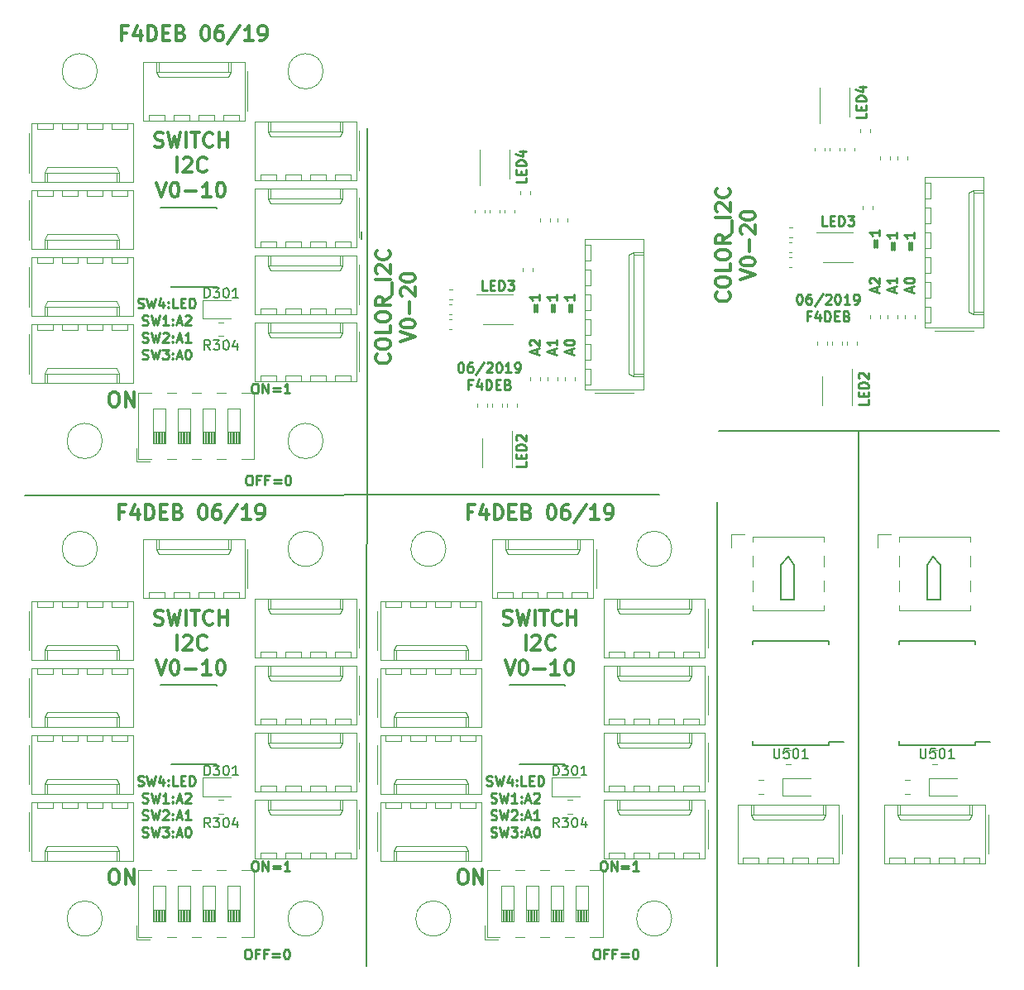
<source format=gto>
G04 #@! TF.GenerationSoftware,KiCad,Pcbnew,5.0.2+dfsg1-1~bpo9+1*
G04 #@! TF.CreationDate,2020-01-19T21:42:18+01:00*
G04 #@! TF.ProjectId,PCB_I2C,5043425f-4932-4432-9e6b-696361645f70,V0-20*
G04 #@! TF.SameCoordinates,Original*
G04 #@! TF.FileFunction,Legend,Top*
G04 #@! TF.FilePolarity,Positive*
%FSLAX46Y46*%
G04 Gerber Fmt 4.6, Leading zero omitted, Abs format (unit mm)*
G04 Created by KiCad (PCBNEW 5.0.2+dfsg1-1~bpo9+1) date dim. 19 janv. 2020 21:42:18 CET*
%MOMM*%
%LPD*%
G01*
G04 APERTURE LIST*
%ADD10C,0.150000*%
%ADD11C,0.300000*%
%ADD12C,0.250000*%
%ADD13C,0.200000*%
%ADD14C,0.120000*%
G04 APERTURE END LIST*
D10*
X80010000Y-97790000D02*
X144907000Y-97663000D01*
X115062000Y-60198000D02*
X114935000Y-145923000D01*
X150876000Y-98425000D02*
X150876000Y-145923000D01*
X165354000Y-91186000D02*
X165354000Y-145923000D01*
X151003000Y-91186000D02*
X179705000Y-91186000D01*
D11*
X128965000Y-110960142D02*
X129179285Y-111031571D01*
X129536428Y-111031571D01*
X129679285Y-110960142D01*
X129750714Y-110888714D01*
X129822142Y-110745857D01*
X129822142Y-110603000D01*
X129750714Y-110460142D01*
X129679285Y-110388714D01*
X129536428Y-110317285D01*
X129250714Y-110245857D01*
X129107857Y-110174428D01*
X129036428Y-110103000D01*
X128965000Y-109960142D01*
X128965000Y-109817285D01*
X129036428Y-109674428D01*
X129107857Y-109603000D01*
X129250714Y-109531571D01*
X129607857Y-109531571D01*
X129822142Y-109603000D01*
X130322142Y-109531571D02*
X130679285Y-111031571D01*
X130965000Y-109960142D01*
X131250714Y-111031571D01*
X131607857Y-109531571D01*
X132179285Y-111031571D02*
X132179285Y-109531571D01*
X132679285Y-109531571D02*
X133536428Y-109531571D01*
X133107857Y-111031571D02*
X133107857Y-109531571D01*
X134893571Y-110888714D02*
X134822142Y-110960142D01*
X134607857Y-111031571D01*
X134465000Y-111031571D01*
X134250714Y-110960142D01*
X134107857Y-110817285D01*
X134036428Y-110674428D01*
X133965000Y-110388714D01*
X133965000Y-110174428D01*
X134036428Y-109888714D01*
X134107857Y-109745857D01*
X134250714Y-109603000D01*
X134465000Y-109531571D01*
X134607857Y-109531571D01*
X134822142Y-109603000D01*
X134893571Y-109674428D01*
X135536428Y-111031571D02*
X135536428Y-109531571D01*
X135536428Y-110245857D02*
X136393571Y-110245857D01*
X136393571Y-111031571D02*
X136393571Y-109531571D01*
X131250714Y-113581571D02*
X131250714Y-112081571D01*
X131893571Y-112224428D02*
X131965000Y-112153000D01*
X132107857Y-112081571D01*
X132465000Y-112081571D01*
X132607857Y-112153000D01*
X132679285Y-112224428D01*
X132750714Y-112367285D01*
X132750714Y-112510142D01*
X132679285Y-112724428D01*
X131822142Y-113581571D01*
X132750714Y-113581571D01*
X134250714Y-113438714D02*
X134179285Y-113510142D01*
X133965000Y-113581571D01*
X133822142Y-113581571D01*
X133607857Y-113510142D01*
X133465000Y-113367285D01*
X133393571Y-113224428D01*
X133322142Y-112938714D01*
X133322142Y-112724428D01*
X133393571Y-112438714D01*
X133465000Y-112295857D01*
X133607857Y-112153000D01*
X133822142Y-112081571D01*
X133965000Y-112081571D01*
X134179285Y-112153000D01*
X134250714Y-112224428D01*
X129143571Y-114631571D02*
X129643571Y-116131571D01*
X130143571Y-114631571D01*
X130929285Y-114631571D02*
X131072142Y-114631571D01*
X131215000Y-114703000D01*
X131286428Y-114774428D01*
X131357857Y-114917285D01*
X131429285Y-115203000D01*
X131429285Y-115560142D01*
X131357857Y-115845857D01*
X131286428Y-115988714D01*
X131215000Y-116060142D01*
X131072142Y-116131571D01*
X130929285Y-116131571D01*
X130786428Y-116060142D01*
X130715000Y-115988714D01*
X130643571Y-115845857D01*
X130572142Y-115560142D01*
X130572142Y-115203000D01*
X130643571Y-114917285D01*
X130715000Y-114774428D01*
X130786428Y-114703000D01*
X130929285Y-114631571D01*
X132072142Y-115560142D02*
X133215000Y-115560142D01*
X134715000Y-116131571D02*
X133857857Y-116131571D01*
X134286428Y-116131571D02*
X134286428Y-114631571D01*
X134143571Y-114845857D01*
X134000714Y-114988714D01*
X133857857Y-115060142D01*
X135643571Y-114631571D02*
X135786428Y-114631571D01*
X135929285Y-114703000D01*
X136000714Y-114774428D01*
X136072142Y-114917285D01*
X136143571Y-115203000D01*
X136143571Y-115560142D01*
X136072142Y-115845857D01*
X136000714Y-115988714D01*
X135929285Y-116060142D01*
X135786428Y-116131571D01*
X135643571Y-116131571D01*
X135500714Y-116060142D01*
X135429285Y-115988714D01*
X135357857Y-115845857D01*
X135286428Y-115560142D01*
X135286428Y-115203000D01*
X135357857Y-114917285D01*
X135429285Y-114774428D01*
X135500714Y-114703000D01*
X135643571Y-114631571D01*
X125822142Y-99460857D02*
X125322142Y-99460857D01*
X125322142Y-100246571D02*
X125322142Y-98746571D01*
X126036428Y-98746571D01*
X127250714Y-99246571D02*
X127250714Y-100246571D01*
X126893571Y-98675142D02*
X126536428Y-99746571D01*
X127465000Y-99746571D01*
X128036428Y-100246571D02*
X128036428Y-98746571D01*
X128393571Y-98746571D01*
X128607857Y-98818000D01*
X128750714Y-98960857D01*
X128822142Y-99103714D01*
X128893571Y-99389428D01*
X128893571Y-99603714D01*
X128822142Y-99889428D01*
X128750714Y-100032285D01*
X128607857Y-100175142D01*
X128393571Y-100246571D01*
X128036428Y-100246571D01*
X129536428Y-99460857D02*
X130036428Y-99460857D01*
X130250714Y-100246571D02*
X129536428Y-100246571D01*
X129536428Y-98746571D01*
X130250714Y-98746571D01*
X131393571Y-99460857D02*
X131607857Y-99532285D01*
X131679285Y-99603714D01*
X131750714Y-99746571D01*
X131750714Y-99960857D01*
X131679285Y-100103714D01*
X131607857Y-100175142D01*
X131465000Y-100246571D01*
X130893571Y-100246571D01*
X130893571Y-98746571D01*
X131393571Y-98746571D01*
X131536428Y-98818000D01*
X131607857Y-98889428D01*
X131679285Y-99032285D01*
X131679285Y-99175142D01*
X131607857Y-99318000D01*
X131536428Y-99389428D01*
X131393571Y-99460857D01*
X130893571Y-99460857D01*
X133822142Y-98746571D02*
X133965000Y-98746571D01*
X134107857Y-98818000D01*
X134179285Y-98889428D01*
X134250714Y-99032285D01*
X134322142Y-99318000D01*
X134322142Y-99675142D01*
X134250714Y-99960857D01*
X134179285Y-100103714D01*
X134107857Y-100175142D01*
X133965000Y-100246571D01*
X133822142Y-100246571D01*
X133679285Y-100175142D01*
X133607857Y-100103714D01*
X133536428Y-99960857D01*
X133465000Y-99675142D01*
X133465000Y-99318000D01*
X133536428Y-99032285D01*
X133607857Y-98889428D01*
X133679285Y-98818000D01*
X133822142Y-98746571D01*
X135607857Y-98746571D02*
X135322142Y-98746571D01*
X135179285Y-98818000D01*
X135107857Y-98889428D01*
X134965000Y-99103714D01*
X134893571Y-99389428D01*
X134893571Y-99960857D01*
X134965000Y-100103714D01*
X135036428Y-100175142D01*
X135179285Y-100246571D01*
X135465000Y-100246571D01*
X135607857Y-100175142D01*
X135679285Y-100103714D01*
X135750714Y-99960857D01*
X135750714Y-99603714D01*
X135679285Y-99460857D01*
X135607857Y-99389428D01*
X135465000Y-99318000D01*
X135179285Y-99318000D01*
X135036428Y-99389428D01*
X134965000Y-99460857D01*
X134893571Y-99603714D01*
X137465000Y-98675142D02*
X136179285Y-100603714D01*
X138750714Y-100246571D02*
X137893571Y-100246571D01*
X138322142Y-100246571D02*
X138322142Y-98746571D01*
X138179285Y-98960857D01*
X138036428Y-99103714D01*
X137893571Y-99175142D01*
X139465000Y-100246571D02*
X139750714Y-100246571D01*
X139893571Y-100175142D01*
X139965000Y-100103714D01*
X140107857Y-99889428D01*
X140179285Y-99603714D01*
X140179285Y-99032285D01*
X140107857Y-98889428D01*
X140036428Y-98818000D01*
X139893571Y-98746571D01*
X139607857Y-98746571D01*
X139465000Y-98818000D01*
X139393571Y-98889428D01*
X139322142Y-99032285D01*
X139322142Y-99389428D01*
X139393571Y-99532285D01*
X139465000Y-99603714D01*
X139607857Y-99675142D01*
X139893571Y-99675142D01*
X140036428Y-99603714D01*
X140107857Y-99532285D01*
X140179285Y-99389428D01*
D12*
X138414380Y-144232380D02*
X138604857Y-144232380D01*
X138700095Y-144280000D01*
X138795333Y-144375238D01*
X138842952Y-144565714D01*
X138842952Y-144899047D01*
X138795333Y-145089523D01*
X138700095Y-145184761D01*
X138604857Y-145232380D01*
X138414380Y-145232380D01*
X138319142Y-145184761D01*
X138223904Y-145089523D01*
X138176285Y-144899047D01*
X138176285Y-144565714D01*
X138223904Y-144375238D01*
X138319142Y-144280000D01*
X138414380Y-144232380D01*
X139604857Y-144708571D02*
X139271523Y-144708571D01*
X139271523Y-145232380D02*
X139271523Y-144232380D01*
X139747714Y-144232380D01*
X140462000Y-144708571D02*
X140128666Y-144708571D01*
X140128666Y-145232380D02*
X140128666Y-144232380D01*
X140604857Y-144232380D01*
X140985809Y-144708571D02*
X141747714Y-144708571D01*
X141747714Y-144994285D02*
X140985809Y-144994285D01*
X142414380Y-144232380D02*
X142509619Y-144232380D01*
X142604857Y-144280000D01*
X142652476Y-144327619D01*
X142700095Y-144422857D01*
X142747714Y-144613333D01*
X142747714Y-144851428D01*
X142700095Y-145041904D01*
X142652476Y-145137142D01*
X142604857Y-145184761D01*
X142509619Y-145232380D01*
X142414380Y-145232380D01*
X142319142Y-145184761D01*
X142271523Y-145137142D01*
X142223904Y-145041904D01*
X142176285Y-144851428D01*
X142176285Y-144613333D01*
X142223904Y-144422857D01*
X142271523Y-144327619D01*
X142319142Y-144280000D01*
X142414380Y-144232380D01*
X139128714Y-135215380D02*
X139319190Y-135215380D01*
X139414428Y-135263000D01*
X139509666Y-135358238D01*
X139557285Y-135548714D01*
X139557285Y-135882047D01*
X139509666Y-136072523D01*
X139414428Y-136167761D01*
X139319190Y-136215380D01*
X139128714Y-136215380D01*
X139033476Y-136167761D01*
X138938238Y-136072523D01*
X138890619Y-135882047D01*
X138890619Y-135548714D01*
X138938238Y-135358238D01*
X139033476Y-135263000D01*
X139128714Y-135215380D01*
X139985857Y-136215380D02*
X139985857Y-135215380D01*
X140557285Y-136215380D01*
X140557285Y-135215380D01*
X141033476Y-135691571D02*
X141795380Y-135691571D01*
X141795380Y-135977285D02*
X141033476Y-135977285D01*
X142795380Y-136215380D02*
X142223952Y-136215380D01*
X142509666Y-136215380D02*
X142509666Y-135215380D01*
X142414428Y-135358238D01*
X142319190Y-135453476D01*
X142223952Y-135501095D01*
X127246428Y-127446761D02*
X127389285Y-127494380D01*
X127627380Y-127494380D01*
X127722619Y-127446761D01*
X127770238Y-127399142D01*
X127817857Y-127303904D01*
X127817857Y-127208666D01*
X127770238Y-127113428D01*
X127722619Y-127065809D01*
X127627380Y-127018190D01*
X127436904Y-126970571D01*
X127341666Y-126922952D01*
X127294047Y-126875333D01*
X127246428Y-126780095D01*
X127246428Y-126684857D01*
X127294047Y-126589619D01*
X127341666Y-126542000D01*
X127436904Y-126494380D01*
X127675000Y-126494380D01*
X127817857Y-126542000D01*
X128151190Y-126494380D02*
X128389285Y-127494380D01*
X128579761Y-126780095D01*
X128770238Y-127494380D01*
X129008333Y-126494380D01*
X129817857Y-126827714D02*
X129817857Y-127494380D01*
X129579761Y-126446761D02*
X129341666Y-127161047D01*
X129960714Y-127161047D01*
X130341666Y-127399142D02*
X130389285Y-127446761D01*
X130341666Y-127494380D01*
X130294047Y-127446761D01*
X130341666Y-127399142D01*
X130341666Y-127494380D01*
X130341666Y-126875333D02*
X130389285Y-126922952D01*
X130341666Y-126970571D01*
X130294047Y-126922952D01*
X130341666Y-126875333D01*
X130341666Y-126970571D01*
X131294047Y-127494380D02*
X130817857Y-127494380D01*
X130817857Y-126494380D01*
X131627380Y-126970571D02*
X131960714Y-126970571D01*
X132103571Y-127494380D02*
X131627380Y-127494380D01*
X131627380Y-126494380D01*
X132103571Y-126494380D01*
X132532142Y-127494380D02*
X132532142Y-126494380D01*
X132770238Y-126494380D01*
X132913095Y-126542000D01*
X133008333Y-126637238D01*
X133055952Y-126732476D01*
X133103571Y-126922952D01*
X133103571Y-127065809D01*
X133055952Y-127256285D01*
X133008333Y-127351523D01*
X132913095Y-127446761D01*
X132770238Y-127494380D01*
X132532142Y-127494380D01*
X127698809Y-129196761D02*
X127841666Y-129244380D01*
X128079761Y-129244380D01*
X128175000Y-129196761D01*
X128222619Y-129149142D01*
X128270238Y-129053904D01*
X128270238Y-128958666D01*
X128222619Y-128863428D01*
X128175000Y-128815809D01*
X128079761Y-128768190D01*
X127889285Y-128720571D01*
X127794047Y-128672952D01*
X127746428Y-128625333D01*
X127698809Y-128530095D01*
X127698809Y-128434857D01*
X127746428Y-128339619D01*
X127794047Y-128292000D01*
X127889285Y-128244380D01*
X128127380Y-128244380D01*
X128270238Y-128292000D01*
X128603571Y-128244380D02*
X128841666Y-129244380D01*
X129032142Y-128530095D01*
X129222619Y-129244380D01*
X129460714Y-128244380D01*
X130365476Y-129244380D02*
X129794047Y-129244380D01*
X130079761Y-129244380D02*
X130079761Y-128244380D01*
X129984523Y-128387238D01*
X129889285Y-128482476D01*
X129794047Y-128530095D01*
X130794047Y-129149142D02*
X130841666Y-129196761D01*
X130794047Y-129244380D01*
X130746428Y-129196761D01*
X130794047Y-129149142D01*
X130794047Y-129244380D01*
X130794047Y-128625333D02*
X130841666Y-128672952D01*
X130794047Y-128720571D01*
X130746428Y-128672952D01*
X130794047Y-128625333D01*
X130794047Y-128720571D01*
X131222619Y-128958666D02*
X131698809Y-128958666D01*
X131127380Y-129244380D02*
X131460714Y-128244380D01*
X131794047Y-129244380D01*
X132079761Y-128339619D02*
X132127380Y-128292000D01*
X132222619Y-128244380D01*
X132460714Y-128244380D01*
X132555952Y-128292000D01*
X132603571Y-128339619D01*
X132651190Y-128434857D01*
X132651190Y-128530095D01*
X132603571Y-128672952D01*
X132032142Y-129244380D01*
X132651190Y-129244380D01*
X127698809Y-130946761D02*
X127841666Y-130994380D01*
X128079761Y-130994380D01*
X128175000Y-130946761D01*
X128222619Y-130899142D01*
X128270238Y-130803904D01*
X128270238Y-130708666D01*
X128222619Y-130613428D01*
X128175000Y-130565809D01*
X128079761Y-130518190D01*
X127889285Y-130470571D01*
X127794047Y-130422952D01*
X127746428Y-130375333D01*
X127698809Y-130280095D01*
X127698809Y-130184857D01*
X127746428Y-130089619D01*
X127794047Y-130042000D01*
X127889285Y-129994380D01*
X128127380Y-129994380D01*
X128270238Y-130042000D01*
X128603571Y-129994380D02*
X128841666Y-130994380D01*
X129032142Y-130280095D01*
X129222619Y-130994380D01*
X129460714Y-129994380D01*
X129794047Y-130089619D02*
X129841666Y-130042000D01*
X129936904Y-129994380D01*
X130175000Y-129994380D01*
X130270238Y-130042000D01*
X130317857Y-130089619D01*
X130365476Y-130184857D01*
X130365476Y-130280095D01*
X130317857Y-130422952D01*
X129746428Y-130994380D01*
X130365476Y-130994380D01*
X130794047Y-130899142D02*
X130841666Y-130946761D01*
X130794047Y-130994380D01*
X130746428Y-130946761D01*
X130794047Y-130899142D01*
X130794047Y-130994380D01*
X130794047Y-130375333D02*
X130841666Y-130422952D01*
X130794047Y-130470571D01*
X130746428Y-130422952D01*
X130794047Y-130375333D01*
X130794047Y-130470571D01*
X131222619Y-130708666D02*
X131698809Y-130708666D01*
X131127380Y-130994380D02*
X131460714Y-129994380D01*
X131794047Y-130994380D01*
X132651190Y-130994380D02*
X132079761Y-130994380D01*
X132365476Y-130994380D02*
X132365476Y-129994380D01*
X132270238Y-130137238D01*
X132175000Y-130232476D01*
X132079761Y-130280095D01*
X127698809Y-132696761D02*
X127841666Y-132744380D01*
X128079761Y-132744380D01*
X128175000Y-132696761D01*
X128222619Y-132649142D01*
X128270238Y-132553904D01*
X128270238Y-132458666D01*
X128222619Y-132363428D01*
X128175000Y-132315809D01*
X128079761Y-132268190D01*
X127889285Y-132220571D01*
X127794047Y-132172952D01*
X127746428Y-132125333D01*
X127698809Y-132030095D01*
X127698809Y-131934857D01*
X127746428Y-131839619D01*
X127794047Y-131792000D01*
X127889285Y-131744380D01*
X128127380Y-131744380D01*
X128270238Y-131792000D01*
X128603571Y-131744380D02*
X128841666Y-132744380D01*
X129032142Y-132030095D01*
X129222619Y-132744380D01*
X129460714Y-131744380D01*
X129746428Y-131744380D02*
X130365476Y-131744380D01*
X130032142Y-132125333D01*
X130175000Y-132125333D01*
X130270238Y-132172952D01*
X130317857Y-132220571D01*
X130365476Y-132315809D01*
X130365476Y-132553904D01*
X130317857Y-132649142D01*
X130270238Y-132696761D01*
X130175000Y-132744380D01*
X129889285Y-132744380D01*
X129794047Y-132696761D01*
X129746428Y-132649142D01*
X130794047Y-132649142D02*
X130841666Y-132696761D01*
X130794047Y-132744380D01*
X130746428Y-132696761D01*
X130794047Y-132649142D01*
X130794047Y-132744380D01*
X130794047Y-132125333D02*
X130841666Y-132172952D01*
X130794047Y-132220571D01*
X130746428Y-132172952D01*
X130794047Y-132125333D01*
X130794047Y-132220571D01*
X131222619Y-132458666D02*
X131698809Y-132458666D01*
X131127380Y-132744380D02*
X131460714Y-131744380D01*
X131794047Y-132744380D01*
X132317857Y-131744380D02*
X132413095Y-131744380D01*
X132508333Y-131792000D01*
X132555952Y-131839619D01*
X132603571Y-131934857D01*
X132651190Y-132125333D01*
X132651190Y-132363428D01*
X132603571Y-132553904D01*
X132555952Y-132649142D01*
X132508333Y-132696761D01*
X132413095Y-132744380D01*
X132317857Y-132744380D01*
X132222619Y-132696761D01*
X132175000Y-132649142D01*
X132127380Y-132553904D01*
X132079761Y-132363428D01*
X132079761Y-132125333D01*
X132127380Y-131934857D01*
X132175000Y-131839619D01*
X132222619Y-131792000D01*
X132317857Y-131744380D01*
D11*
X124674428Y-136084571D02*
X124960142Y-136084571D01*
X125103000Y-136156000D01*
X125245857Y-136298857D01*
X125317285Y-136584571D01*
X125317285Y-137084571D01*
X125245857Y-137370285D01*
X125103000Y-137513142D01*
X124960142Y-137584571D01*
X124674428Y-137584571D01*
X124531571Y-137513142D01*
X124388714Y-137370285D01*
X124317285Y-137084571D01*
X124317285Y-136584571D01*
X124388714Y-136298857D01*
X124531571Y-136156000D01*
X124674428Y-136084571D01*
X125960142Y-137584571D02*
X125960142Y-136084571D01*
X126817285Y-137584571D01*
X126817285Y-136084571D01*
D12*
X166060380Y-58650047D02*
X166060380Y-59126238D01*
X165060380Y-59126238D01*
X165536571Y-58316714D02*
X165536571Y-57983380D01*
X166060380Y-57840523D02*
X166060380Y-58316714D01*
X165060380Y-58316714D01*
X165060380Y-57840523D01*
X166060380Y-57411952D02*
X165060380Y-57411952D01*
X165060380Y-57173857D01*
X165108000Y-57031000D01*
X165203238Y-56935761D01*
X165298476Y-56888142D01*
X165488952Y-56840523D01*
X165631809Y-56840523D01*
X165822285Y-56888142D01*
X165917523Y-56935761D01*
X166012761Y-57031000D01*
X166060380Y-57173857D01*
X166060380Y-57411952D01*
X165393714Y-55983380D02*
X166060380Y-55983380D01*
X165012761Y-56221476D02*
X165727047Y-56459571D01*
X165727047Y-55840523D01*
X162075952Y-70175380D02*
X161599761Y-70175380D01*
X161599761Y-69175380D01*
X162409285Y-69651571D02*
X162742619Y-69651571D01*
X162885476Y-70175380D02*
X162409285Y-70175380D01*
X162409285Y-69175380D01*
X162885476Y-69175380D01*
X163314047Y-70175380D02*
X163314047Y-69175380D01*
X163552142Y-69175380D01*
X163695000Y-69223000D01*
X163790238Y-69318238D01*
X163837857Y-69413476D01*
X163885476Y-69603952D01*
X163885476Y-69746809D01*
X163837857Y-69937285D01*
X163790238Y-70032523D01*
X163695000Y-70127761D01*
X163552142Y-70175380D01*
X163314047Y-70175380D01*
X164218809Y-69175380D02*
X164837857Y-69175380D01*
X164504523Y-69556333D01*
X164647380Y-69556333D01*
X164742619Y-69603952D01*
X164790238Y-69651571D01*
X164837857Y-69746809D01*
X164837857Y-69984904D01*
X164790238Y-70080142D01*
X164742619Y-70127761D01*
X164647380Y-70175380D01*
X164361666Y-70175380D01*
X164266428Y-70127761D01*
X164218809Y-70080142D01*
X166314380Y-87987047D02*
X166314380Y-88463238D01*
X165314380Y-88463238D01*
X165790571Y-87653714D02*
X165790571Y-87320380D01*
X166314380Y-87177523D02*
X166314380Y-87653714D01*
X165314380Y-87653714D01*
X165314380Y-87177523D01*
X166314380Y-86748952D02*
X165314380Y-86748952D01*
X165314380Y-86510857D01*
X165362000Y-86368000D01*
X165457238Y-86272761D01*
X165552476Y-86225142D01*
X165742952Y-86177523D01*
X165885809Y-86177523D01*
X166076285Y-86225142D01*
X166171523Y-86272761D01*
X166266761Y-86368000D01*
X166314380Y-86510857D01*
X166314380Y-86748952D01*
X165409619Y-85796571D02*
X165362000Y-85748952D01*
X165314380Y-85653714D01*
X165314380Y-85415619D01*
X165362000Y-85320380D01*
X165409619Y-85272761D01*
X165504857Y-85225142D01*
X165600095Y-85225142D01*
X165742952Y-85272761D01*
X166314380Y-85844190D01*
X166314380Y-85225142D01*
X135691571Y-78962142D02*
X135691571Y-78200238D01*
X135977285Y-78200238D02*
X135977285Y-78962142D01*
X136215380Y-77200238D02*
X136215380Y-77771666D01*
X136215380Y-77485952D02*
X135215380Y-77485952D01*
X135358238Y-77581190D01*
X135453476Y-77676428D01*
X135501095Y-77771666D01*
X133913571Y-78962142D02*
X133913571Y-78200238D01*
X134199285Y-78200238D02*
X134199285Y-78962142D01*
X134437380Y-77200238D02*
X134437380Y-77771666D01*
X134437380Y-77485952D02*
X133437380Y-77485952D01*
X133580238Y-77581190D01*
X133675476Y-77676428D01*
X133723095Y-77771666D01*
X132135571Y-78962142D02*
X132135571Y-78200238D01*
X132421285Y-78200238D02*
X132421285Y-78962142D01*
X132659380Y-77200238D02*
X132659380Y-77771666D01*
X132659380Y-77485952D02*
X131659380Y-77485952D01*
X131802238Y-77581190D01*
X131897476Y-77676428D01*
X131945095Y-77771666D01*
X170489571Y-72612142D02*
X170489571Y-71850238D01*
X170775285Y-71850238D02*
X170775285Y-72612142D01*
X171013380Y-70850238D02*
X171013380Y-71421666D01*
X171013380Y-71135952D02*
X170013380Y-71135952D01*
X170156238Y-71231190D01*
X170251476Y-71326428D01*
X170299095Y-71421666D01*
X168711571Y-72612142D02*
X168711571Y-71850238D01*
X168997285Y-71850238D02*
X168997285Y-72612142D01*
X169235380Y-70850238D02*
X169235380Y-71421666D01*
X169235380Y-71135952D02*
X168235380Y-71135952D01*
X168378238Y-71231190D01*
X168473476Y-71326428D01*
X168521095Y-71421666D01*
X166933571Y-72358142D02*
X166933571Y-71596238D01*
X167219285Y-71596238D02*
X167219285Y-72358142D01*
X167457380Y-70596238D02*
X167457380Y-71167666D01*
X167457380Y-70881952D02*
X166457380Y-70881952D01*
X166600238Y-70977190D01*
X166695476Y-71072428D01*
X166743095Y-71167666D01*
X127277952Y-76779380D02*
X126801761Y-76779380D01*
X126801761Y-75779380D01*
X127611285Y-76255571D02*
X127944619Y-76255571D01*
X128087476Y-76779380D02*
X127611285Y-76779380D01*
X127611285Y-75779380D01*
X128087476Y-75779380D01*
X128516047Y-76779380D02*
X128516047Y-75779380D01*
X128754142Y-75779380D01*
X128897000Y-75827000D01*
X128992238Y-75922238D01*
X129039857Y-76017476D01*
X129087476Y-76207952D01*
X129087476Y-76350809D01*
X129039857Y-76541285D01*
X128992238Y-76636523D01*
X128897000Y-76731761D01*
X128754142Y-76779380D01*
X128516047Y-76779380D01*
X129420809Y-75779380D02*
X130039857Y-75779380D01*
X129706523Y-76160333D01*
X129849380Y-76160333D01*
X129944619Y-76207952D01*
X129992238Y-76255571D01*
X130039857Y-76350809D01*
X130039857Y-76588904D01*
X129992238Y-76684142D01*
X129944619Y-76731761D01*
X129849380Y-76779380D01*
X129563666Y-76779380D01*
X129468428Y-76731761D01*
X129420809Y-76684142D01*
X131262380Y-94337047D02*
X131262380Y-94813238D01*
X130262380Y-94813238D01*
X130738571Y-94003714D02*
X130738571Y-93670380D01*
X131262380Y-93527523D02*
X131262380Y-94003714D01*
X130262380Y-94003714D01*
X130262380Y-93527523D01*
X131262380Y-93098952D02*
X130262380Y-93098952D01*
X130262380Y-92860857D01*
X130310000Y-92718000D01*
X130405238Y-92622761D01*
X130500476Y-92575142D01*
X130690952Y-92527523D01*
X130833809Y-92527523D01*
X131024285Y-92575142D01*
X131119523Y-92622761D01*
X131214761Y-92718000D01*
X131262380Y-92860857D01*
X131262380Y-93098952D01*
X130357619Y-92146571D02*
X130310000Y-92098952D01*
X130262380Y-92003714D01*
X130262380Y-91765619D01*
X130310000Y-91670380D01*
X130357619Y-91622761D01*
X130452857Y-91575142D01*
X130548095Y-91575142D01*
X130690952Y-91622761D01*
X131262380Y-92194190D01*
X131262380Y-91575142D01*
X131262380Y-65254047D02*
X131262380Y-65730238D01*
X130262380Y-65730238D01*
X130738571Y-64920714D02*
X130738571Y-64587380D01*
X131262380Y-64444523D02*
X131262380Y-64920714D01*
X130262380Y-64920714D01*
X130262380Y-64444523D01*
X131262380Y-64015952D02*
X130262380Y-64015952D01*
X130262380Y-63777857D01*
X130310000Y-63635000D01*
X130405238Y-63539761D01*
X130500476Y-63492142D01*
X130690952Y-63444523D01*
X130833809Y-63444523D01*
X131024285Y-63492142D01*
X131119523Y-63539761D01*
X131214761Y-63635000D01*
X131262380Y-63777857D01*
X131262380Y-64015952D01*
X130595714Y-62587380D02*
X131262380Y-62587380D01*
X130214761Y-62825476D02*
X130929047Y-63063571D01*
X130929047Y-62444523D01*
D13*
X172974000Y-104013000D02*
X172339000Y-104902000D01*
X173736000Y-104902000D02*
X172974000Y-104013000D01*
X173736000Y-108458000D02*
X173736000Y-104902000D01*
X172339000Y-108458000D02*
X173736000Y-108458000D01*
X172339000Y-104902000D02*
X172339000Y-108458000D01*
X158750000Y-108458000D02*
X157353000Y-108458000D01*
X158750000Y-104902000D02*
X158750000Y-108458000D01*
X158115000Y-104013000D02*
X158750000Y-104902000D01*
X157353000Y-104902000D02*
X158115000Y-104013000D01*
X157353000Y-108458000D02*
X157353000Y-104902000D01*
D12*
X135929666Y-83264285D02*
X135929666Y-82788095D01*
X136215380Y-83359523D02*
X135215380Y-83026190D01*
X136215380Y-82692857D01*
X135215380Y-82169047D02*
X135215380Y-82073809D01*
X135263000Y-81978571D01*
X135310619Y-81930952D01*
X135405857Y-81883333D01*
X135596333Y-81835714D01*
X135834428Y-81835714D01*
X136024904Y-81883333D01*
X136120142Y-81930952D01*
X136167761Y-81978571D01*
X136215380Y-82073809D01*
X136215380Y-82169047D01*
X136167761Y-82264285D01*
X136120142Y-82311904D01*
X136024904Y-82359523D01*
X135834428Y-82407142D01*
X135596333Y-82407142D01*
X135405857Y-82359523D01*
X135310619Y-82311904D01*
X135263000Y-82264285D01*
X135215380Y-82169047D01*
X134151666Y-83264285D02*
X134151666Y-82788095D01*
X134437380Y-83359523D02*
X133437380Y-83026190D01*
X134437380Y-82692857D01*
X134437380Y-81835714D02*
X134437380Y-82407142D01*
X134437380Y-82121428D02*
X133437380Y-82121428D01*
X133580238Y-82216666D01*
X133675476Y-82311904D01*
X133723095Y-82407142D01*
X132373666Y-83264285D02*
X132373666Y-82788095D01*
X132659380Y-83359523D02*
X131659380Y-83026190D01*
X132659380Y-82692857D01*
X131754619Y-82407142D02*
X131707000Y-82359523D01*
X131659380Y-82264285D01*
X131659380Y-82026190D01*
X131707000Y-81930952D01*
X131754619Y-81883333D01*
X131849857Y-81835714D01*
X131945095Y-81835714D01*
X132087952Y-81883333D01*
X132659380Y-82454761D01*
X132659380Y-81835714D01*
X124555619Y-84175380D02*
X124650857Y-84175380D01*
X124746095Y-84223000D01*
X124793714Y-84270619D01*
X124841333Y-84365857D01*
X124888952Y-84556333D01*
X124888952Y-84794428D01*
X124841333Y-84984904D01*
X124793714Y-85080142D01*
X124746095Y-85127761D01*
X124650857Y-85175380D01*
X124555619Y-85175380D01*
X124460380Y-85127761D01*
X124412761Y-85080142D01*
X124365142Y-84984904D01*
X124317523Y-84794428D01*
X124317523Y-84556333D01*
X124365142Y-84365857D01*
X124412761Y-84270619D01*
X124460380Y-84223000D01*
X124555619Y-84175380D01*
X125746095Y-84175380D02*
X125555619Y-84175380D01*
X125460380Y-84223000D01*
X125412761Y-84270619D01*
X125317523Y-84413476D01*
X125269904Y-84603952D01*
X125269904Y-84984904D01*
X125317523Y-85080142D01*
X125365142Y-85127761D01*
X125460380Y-85175380D01*
X125650857Y-85175380D01*
X125746095Y-85127761D01*
X125793714Y-85080142D01*
X125841333Y-84984904D01*
X125841333Y-84746809D01*
X125793714Y-84651571D01*
X125746095Y-84603952D01*
X125650857Y-84556333D01*
X125460380Y-84556333D01*
X125365142Y-84603952D01*
X125317523Y-84651571D01*
X125269904Y-84746809D01*
X126984190Y-84127761D02*
X126127047Y-85413476D01*
X127269904Y-84270619D02*
X127317523Y-84223000D01*
X127412761Y-84175380D01*
X127650857Y-84175380D01*
X127746095Y-84223000D01*
X127793714Y-84270619D01*
X127841333Y-84365857D01*
X127841333Y-84461095D01*
X127793714Y-84603952D01*
X127222285Y-85175380D01*
X127841333Y-85175380D01*
X128460380Y-84175380D02*
X128555619Y-84175380D01*
X128650857Y-84223000D01*
X128698476Y-84270619D01*
X128746095Y-84365857D01*
X128793714Y-84556333D01*
X128793714Y-84794428D01*
X128746095Y-84984904D01*
X128698476Y-85080142D01*
X128650857Y-85127761D01*
X128555619Y-85175380D01*
X128460380Y-85175380D01*
X128365142Y-85127761D01*
X128317523Y-85080142D01*
X128269904Y-84984904D01*
X128222285Y-84794428D01*
X128222285Y-84556333D01*
X128269904Y-84365857D01*
X128317523Y-84270619D01*
X128365142Y-84223000D01*
X128460380Y-84175380D01*
X129746095Y-85175380D02*
X129174666Y-85175380D01*
X129460380Y-85175380D02*
X129460380Y-84175380D01*
X129365142Y-84318238D01*
X129269904Y-84413476D01*
X129174666Y-84461095D01*
X130222285Y-85175380D02*
X130412761Y-85175380D01*
X130508000Y-85127761D01*
X130555619Y-85080142D01*
X130650857Y-84937285D01*
X130698476Y-84746809D01*
X130698476Y-84365857D01*
X130650857Y-84270619D01*
X130603238Y-84223000D01*
X130508000Y-84175380D01*
X130317523Y-84175380D01*
X130222285Y-84223000D01*
X130174666Y-84270619D01*
X130127047Y-84365857D01*
X130127047Y-84603952D01*
X130174666Y-84699190D01*
X130222285Y-84746809D01*
X130317523Y-84794428D01*
X130508000Y-84794428D01*
X130603238Y-84746809D01*
X130650857Y-84699190D01*
X130698476Y-84603952D01*
X125722285Y-86401571D02*
X125388952Y-86401571D01*
X125388952Y-86925380D02*
X125388952Y-85925380D01*
X125865142Y-85925380D01*
X126674666Y-86258714D02*
X126674666Y-86925380D01*
X126436571Y-85877761D02*
X126198476Y-86592047D01*
X126817523Y-86592047D01*
X127198476Y-86925380D02*
X127198476Y-85925380D01*
X127436571Y-85925380D01*
X127579428Y-85973000D01*
X127674666Y-86068238D01*
X127722285Y-86163476D01*
X127769904Y-86353952D01*
X127769904Y-86496809D01*
X127722285Y-86687285D01*
X127674666Y-86782523D01*
X127579428Y-86877761D01*
X127436571Y-86925380D01*
X127198476Y-86925380D01*
X128198476Y-86401571D02*
X128531809Y-86401571D01*
X128674666Y-86925380D02*
X128198476Y-86925380D01*
X128198476Y-85925380D01*
X128674666Y-85925380D01*
X129436571Y-86401571D02*
X129579428Y-86449190D01*
X129627047Y-86496809D01*
X129674666Y-86592047D01*
X129674666Y-86734904D01*
X129627047Y-86830142D01*
X129579428Y-86877761D01*
X129484190Y-86925380D01*
X129103238Y-86925380D01*
X129103238Y-85925380D01*
X129436571Y-85925380D01*
X129531809Y-85973000D01*
X129579428Y-86020619D01*
X129627047Y-86115857D01*
X129627047Y-86211095D01*
X129579428Y-86306333D01*
X129531809Y-86353952D01*
X129436571Y-86401571D01*
X129103238Y-86401571D01*
D11*
X117243714Y-83343142D02*
X117315142Y-83414571D01*
X117386571Y-83628857D01*
X117386571Y-83771714D01*
X117315142Y-83986000D01*
X117172285Y-84128857D01*
X117029428Y-84200285D01*
X116743714Y-84271714D01*
X116529428Y-84271714D01*
X116243714Y-84200285D01*
X116100857Y-84128857D01*
X115958000Y-83986000D01*
X115886571Y-83771714D01*
X115886571Y-83628857D01*
X115958000Y-83414571D01*
X116029428Y-83343142D01*
X115886571Y-82414571D02*
X115886571Y-82128857D01*
X115958000Y-81986000D01*
X116100857Y-81843142D01*
X116386571Y-81771714D01*
X116886571Y-81771714D01*
X117172285Y-81843142D01*
X117315142Y-81986000D01*
X117386571Y-82128857D01*
X117386571Y-82414571D01*
X117315142Y-82557428D01*
X117172285Y-82700285D01*
X116886571Y-82771714D01*
X116386571Y-82771714D01*
X116100857Y-82700285D01*
X115958000Y-82557428D01*
X115886571Y-82414571D01*
X117386571Y-80414571D02*
X117386571Y-81128857D01*
X115886571Y-81128857D01*
X115886571Y-79628857D02*
X115886571Y-79343142D01*
X115958000Y-79200285D01*
X116100857Y-79057428D01*
X116386571Y-78986000D01*
X116886571Y-78986000D01*
X117172285Y-79057428D01*
X117315142Y-79200285D01*
X117386571Y-79343142D01*
X117386571Y-79628857D01*
X117315142Y-79771714D01*
X117172285Y-79914571D01*
X116886571Y-79986000D01*
X116386571Y-79986000D01*
X116100857Y-79914571D01*
X115958000Y-79771714D01*
X115886571Y-79628857D01*
X117386571Y-77486000D02*
X116672285Y-77986000D01*
X117386571Y-78343142D02*
X115886571Y-78343142D01*
X115886571Y-77771714D01*
X115958000Y-77628857D01*
X116029428Y-77557428D01*
X116172285Y-77486000D01*
X116386571Y-77486000D01*
X116529428Y-77557428D01*
X116600857Y-77628857D01*
X116672285Y-77771714D01*
X116672285Y-78343142D01*
X117529428Y-77200285D02*
X117529428Y-76057428D01*
X117386571Y-75700285D02*
X115886571Y-75700285D01*
X116029428Y-75057428D02*
X115958000Y-74986000D01*
X115886571Y-74843142D01*
X115886571Y-74486000D01*
X115958000Y-74343142D01*
X116029428Y-74271714D01*
X116172285Y-74200285D01*
X116315142Y-74200285D01*
X116529428Y-74271714D01*
X117386571Y-75128857D01*
X117386571Y-74200285D01*
X117243714Y-72700285D02*
X117315142Y-72771714D01*
X117386571Y-72986000D01*
X117386571Y-73128857D01*
X117315142Y-73343142D01*
X117172285Y-73486000D01*
X117029428Y-73557428D01*
X116743714Y-73628857D01*
X116529428Y-73628857D01*
X116243714Y-73557428D01*
X116100857Y-73486000D01*
X115958000Y-73343142D01*
X115886571Y-73128857D01*
X115886571Y-72986000D01*
X115958000Y-72771714D01*
X116029428Y-72700285D01*
X118436571Y-82057428D02*
X119936571Y-81557428D01*
X118436571Y-81057428D01*
X118436571Y-80271714D02*
X118436571Y-80128857D01*
X118508000Y-79986000D01*
X118579428Y-79914571D01*
X118722285Y-79843142D01*
X119008000Y-79771714D01*
X119365142Y-79771714D01*
X119650857Y-79843142D01*
X119793714Y-79914571D01*
X119865142Y-79986000D01*
X119936571Y-80128857D01*
X119936571Y-80271714D01*
X119865142Y-80414571D01*
X119793714Y-80486000D01*
X119650857Y-80557428D01*
X119365142Y-80628857D01*
X119008000Y-80628857D01*
X118722285Y-80557428D01*
X118579428Y-80486000D01*
X118508000Y-80414571D01*
X118436571Y-80271714D01*
X119365142Y-79128857D02*
X119365142Y-77986000D01*
X118579428Y-77343142D02*
X118508000Y-77271714D01*
X118436571Y-77128857D01*
X118436571Y-76771714D01*
X118508000Y-76628857D01*
X118579428Y-76557428D01*
X118722285Y-76486000D01*
X118865142Y-76486000D01*
X119079428Y-76557428D01*
X119936571Y-77414571D01*
X119936571Y-76486000D01*
X118436571Y-75557428D02*
X118436571Y-75414571D01*
X118508000Y-75271714D01*
X118579428Y-75200285D01*
X118722285Y-75128857D01*
X119008000Y-75057428D01*
X119365142Y-75057428D01*
X119650857Y-75128857D01*
X119793714Y-75200285D01*
X119865142Y-75271714D01*
X119936571Y-75414571D01*
X119936571Y-75557428D01*
X119865142Y-75700285D01*
X119793714Y-75771714D01*
X119650857Y-75843142D01*
X119365142Y-75914571D01*
X119008000Y-75914571D01*
X118722285Y-75843142D01*
X118579428Y-75771714D01*
X118508000Y-75700285D01*
X118436571Y-75557428D01*
D12*
X170727666Y-76914285D02*
X170727666Y-76438095D01*
X171013380Y-77009523D02*
X170013380Y-76676190D01*
X171013380Y-76342857D01*
X170013380Y-75819047D02*
X170013380Y-75723809D01*
X170061000Y-75628571D01*
X170108619Y-75580952D01*
X170203857Y-75533333D01*
X170394333Y-75485714D01*
X170632428Y-75485714D01*
X170822904Y-75533333D01*
X170918142Y-75580952D01*
X170965761Y-75628571D01*
X171013380Y-75723809D01*
X171013380Y-75819047D01*
X170965761Y-75914285D01*
X170918142Y-75961904D01*
X170822904Y-76009523D01*
X170632428Y-76057142D01*
X170394333Y-76057142D01*
X170203857Y-76009523D01*
X170108619Y-75961904D01*
X170061000Y-75914285D01*
X170013380Y-75819047D01*
X168949666Y-76914285D02*
X168949666Y-76438095D01*
X169235380Y-77009523D02*
X168235380Y-76676190D01*
X169235380Y-76342857D01*
X169235380Y-75485714D02*
X169235380Y-76057142D01*
X169235380Y-75771428D02*
X168235380Y-75771428D01*
X168378238Y-75866666D01*
X168473476Y-75961904D01*
X168521095Y-76057142D01*
X167171666Y-76914285D02*
X167171666Y-76438095D01*
X167457380Y-77009523D02*
X166457380Y-76676190D01*
X167457380Y-76342857D01*
X166552619Y-76057142D02*
X166505000Y-76009523D01*
X166457380Y-75914285D01*
X166457380Y-75676190D01*
X166505000Y-75580952D01*
X166552619Y-75533333D01*
X166647857Y-75485714D01*
X166743095Y-75485714D01*
X166885952Y-75533333D01*
X167457380Y-76104761D01*
X167457380Y-75485714D01*
X159226619Y-77190380D02*
X159321857Y-77190380D01*
X159417095Y-77238000D01*
X159464714Y-77285619D01*
X159512333Y-77380857D01*
X159559952Y-77571333D01*
X159559952Y-77809428D01*
X159512333Y-77999904D01*
X159464714Y-78095142D01*
X159417095Y-78142761D01*
X159321857Y-78190380D01*
X159226619Y-78190380D01*
X159131380Y-78142761D01*
X159083761Y-78095142D01*
X159036142Y-77999904D01*
X158988523Y-77809428D01*
X158988523Y-77571333D01*
X159036142Y-77380857D01*
X159083761Y-77285619D01*
X159131380Y-77238000D01*
X159226619Y-77190380D01*
X160417095Y-77190380D02*
X160226619Y-77190380D01*
X160131380Y-77238000D01*
X160083761Y-77285619D01*
X159988523Y-77428476D01*
X159940904Y-77618952D01*
X159940904Y-77999904D01*
X159988523Y-78095142D01*
X160036142Y-78142761D01*
X160131380Y-78190380D01*
X160321857Y-78190380D01*
X160417095Y-78142761D01*
X160464714Y-78095142D01*
X160512333Y-77999904D01*
X160512333Y-77761809D01*
X160464714Y-77666571D01*
X160417095Y-77618952D01*
X160321857Y-77571333D01*
X160131380Y-77571333D01*
X160036142Y-77618952D01*
X159988523Y-77666571D01*
X159940904Y-77761809D01*
X161655190Y-77142761D02*
X160798047Y-78428476D01*
X161940904Y-77285619D02*
X161988523Y-77238000D01*
X162083761Y-77190380D01*
X162321857Y-77190380D01*
X162417095Y-77238000D01*
X162464714Y-77285619D01*
X162512333Y-77380857D01*
X162512333Y-77476095D01*
X162464714Y-77618952D01*
X161893285Y-78190380D01*
X162512333Y-78190380D01*
X163131380Y-77190380D02*
X163226619Y-77190380D01*
X163321857Y-77238000D01*
X163369476Y-77285619D01*
X163417095Y-77380857D01*
X163464714Y-77571333D01*
X163464714Y-77809428D01*
X163417095Y-77999904D01*
X163369476Y-78095142D01*
X163321857Y-78142761D01*
X163226619Y-78190380D01*
X163131380Y-78190380D01*
X163036142Y-78142761D01*
X162988523Y-78095142D01*
X162940904Y-77999904D01*
X162893285Y-77809428D01*
X162893285Y-77571333D01*
X162940904Y-77380857D01*
X162988523Y-77285619D01*
X163036142Y-77238000D01*
X163131380Y-77190380D01*
X164417095Y-78190380D02*
X163845666Y-78190380D01*
X164131380Y-78190380D02*
X164131380Y-77190380D01*
X164036142Y-77333238D01*
X163940904Y-77428476D01*
X163845666Y-77476095D01*
X164893285Y-78190380D02*
X165083761Y-78190380D01*
X165179000Y-78142761D01*
X165226619Y-78095142D01*
X165321857Y-77952285D01*
X165369476Y-77761809D01*
X165369476Y-77380857D01*
X165321857Y-77285619D01*
X165274238Y-77238000D01*
X165179000Y-77190380D01*
X164988523Y-77190380D01*
X164893285Y-77238000D01*
X164845666Y-77285619D01*
X164798047Y-77380857D01*
X164798047Y-77618952D01*
X164845666Y-77714190D01*
X164893285Y-77761809D01*
X164988523Y-77809428D01*
X165179000Y-77809428D01*
X165274238Y-77761809D01*
X165321857Y-77714190D01*
X165369476Y-77618952D01*
X160393285Y-79416571D02*
X160059952Y-79416571D01*
X160059952Y-79940380D02*
X160059952Y-78940380D01*
X160536142Y-78940380D01*
X161345666Y-79273714D02*
X161345666Y-79940380D01*
X161107571Y-78892761D02*
X160869476Y-79607047D01*
X161488523Y-79607047D01*
X161869476Y-79940380D02*
X161869476Y-78940380D01*
X162107571Y-78940380D01*
X162250428Y-78988000D01*
X162345666Y-79083238D01*
X162393285Y-79178476D01*
X162440904Y-79368952D01*
X162440904Y-79511809D01*
X162393285Y-79702285D01*
X162345666Y-79797523D01*
X162250428Y-79892761D01*
X162107571Y-79940380D01*
X161869476Y-79940380D01*
X162869476Y-79416571D02*
X163202809Y-79416571D01*
X163345666Y-79940380D02*
X162869476Y-79940380D01*
X162869476Y-78940380D01*
X163345666Y-78940380D01*
X164107571Y-79416571D02*
X164250428Y-79464190D01*
X164298047Y-79511809D01*
X164345666Y-79607047D01*
X164345666Y-79749904D01*
X164298047Y-79845142D01*
X164250428Y-79892761D01*
X164155190Y-79940380D01*
X163774238Y-79940380D01*
X163774238Y-78940380D01*
X164107571Y-78940380D01*
X164202809Y-78988000D01*
X164250428Y-79035619D01*
X164298047Y-79130857D01*
X164298047Y-79226095D01*
X164250428Y-79321333D01*
X164202809Y-79368952D01*
X164107571Y-79416571D01*
X163774238Y-79416571D01*
D11*
X152041714Y-76993142D02*
X152113142Y-77064571D01*
X152184571Y-77278857D01*
X152184571Y-77421714D01*
X152113142Y-77636000D01*
X151970285Y-77778857D01*
X151827428Y-77850285D01*
X151541714Y-77921714D01*
X151327428Y-77921714D01*
X151041714Y-77850285D01*
X150898857Y-77778857D01*
X150756000Y-77636000D01*
X150684571Y-77421714D01*
X150684571Y-77278857D01*
X150756000Y-77064571D01*
X150827428Y-76993142D01*
X150684571Y-76064571D02*
X150684571Y-75778857D01*
X150756000Y-75636000D01*
X150898857Y-75493142D01*
X151184571Y-75421714D01*
X151684571Y-75421714D01*
X151970285Y-75493142D01*
X152113142Y-75636000D01*
X152184571Y-75778857D01*
X152184571Y-76064571D01*
X152113142Y-76207428D01*
X151970285Y-76350285D01*
X151684571Y-76421714D01*
X151184571Y-76421714D01*
X150898857Y-76350285D01*
X150756000Y-76207428D01*
X150684571Y-76064571D01*
X152184571Y-74064571D02*
X152184571Y-74778857D01*
X150684571Y-74778857D01*
X150684571Y-73278857D02*
X150684571Y-72993142D01*
X150756000Y-72850285D01*
X150898857Y-72707428D01*
X151184571Y-72636000D01*
X151684571Y-72636000D01*
X151970285Y-72707428D01*
X152113142Y-72850285D01*
X152184571Y-72993142D01*
X152184571Y-73278857D01*
X152113142Y-73421714D01*
X151970285Y-73564571D01*
X151684571Y-73636000D01*
X151184571Y-73636000D01*
X150898857Y-73564571D01*
X150756000Y-73421714D01*
X150684571Y-73278857D01*
X152184571Y-71136000D02*
X151470285Y-71636000D01*
X152184571Y-71993142D02*
X150684571Y-71993142D01*
X150684571Y-71421714D01*
X150756000Y-71278857D01*
X150827428Y-71207428D01*
X150970285Y-71136000D01*
X151184571Y-71136000D01*
X151327428Y-71207428D01*
X151398857Y-71278857D01*
X151470285Y-71421714D01*
X151470285Y-71993142D01*
X152327428Y-70850285D02*
X152327428Y-69707428D01*
X152184571Y-69350285D02*
X150684571Y-69350285D01*
X150827428Y-68707428D02*
X150756000Y-68636000D01*
X150684571Y-68493142D01*
X150684571Y-68136000D01*
X150756000Y-67993142D01*
X150827428Y-67921714D01*
X150970285Y-67850285D01*
X151113142Y-67850285D01*
X151327428Y-67921714D01*
X152184571Y-68778857D01*
X152184571Y-67850285D01*
X152041714Y-66350285D02*
X152113142Y-66421714D01*
X152184571Y-66636000D01*
X152184571Y-66778857D01*
X152113142Y-66993142D01*
X151970285Y-67136000D01*
X151827428Y-67207428D01*
X151541714Y-67278857D01*
X151327428Y-67278857D01*
X151041714Y-67207428D01*
X150898857Y-67136000D01*
X150756000Y-66993142D01*
X150684571Y-66778857D01*
X150684571Y-66636000D01*
X150756000Y-66421714D01*
X150827428Y-66350285D01*
X153234571Y-75707428D02*
X154734571Y-75207428D01*
X153234571Y-74707428D01*
X153234571Y-73921714D02*
X153234571Y-73778857D01*
X153306000Y-73636000D01*
X153377428Y-73564571D01*
X153520285Y-73493142D01*
X153806000Y-73421714D01*
X154163142Y-73421714D01*
X154448857Y-73493142D01*
X154591714Y-73564571D01*
X154663142Y-73636000D01*
X154734571Y-73778857D01*
X154734571Y-73921714D01*
X154663142Y-74064571D01*
X154591714Y-74136000D01*
X154448857Y-74207428D01*
X154163142Y-74278857D01*
X153806000Y-74278857D01*
X153520285Y-74207428D01*
X153377428Y-74136000D01*
X153306000Y-74064571D01*
X153234571Y-73921714D01*
X154163142Y-72778857D02*
X154163142Y-71636000D01*
X153377428Y-70993142D02*
X153306000Y-70921714D01*
X153234571Y-70778857D01*
X153234571Y-70421714D01*
X153306000Y-70278857D01*
X153377428Y-70207428D01*
X153520285Y-70136000D01*
X153663142Y-70136000D01*
X153877428Y-70207428D01*
X154734571Y-71064571D01*
X154734571Y-70136000D01*
X153234571Y-69207428D02*
X153234571Y-69064571D01*
X153306000Y-68921714D01*
X153377428Y-68850285D01*
X153520285Y-68778857D01*
X153806000Y-68707428D01*
X154163142Y-68707428D01*
X154448857Y-68778857D01*
X154591714Y-68850285D01*
X154663142Y-68921714D01*
X154734571Y-69064571D01*
X154734571Y-69207428D01*
X154663142Y-69350285D01*
X154591714Y-69421714D01*
X154448857Y-69493142D01*
X154163142Y-69564571D01*
X153806000Y-69564571D01*
X153520285Y-69493142D01*
X153377428Y-69421714D01*
X153306000Y-69350285D01*
X153234571Y-69207428D01*
X88987428Y-136084571D02*
X89273142Y-136084571D01*
X89416000Y-136156000D01*
X89558857Y-136298857D01*
X89630285Y-136584571D01*
X89630285Y-137084571D01*
X89558857Y-137370285D01*
X89416000Y-137513142D01*
X89273142Y-137584571D01*
X88987428Y-137584571D01*
X88844571Y-137513142D01*
X88701714Y-137370285D01*
X88630285Y-137084571D01*
X88630285Y-136584571D01*
X88701714Y-136298857D01*
X88844571Y-136156000D01*
X88987428Y-136084571D01*
X90273142Y-137584571D02*
X90273142Y-136084571D01*
X91130285Y-137584571D01*
X91130285Y-136084571D01*
D12*
X91559428Y-127446761D02*
X91702285Y-127494380D01*
X91940380Y-127494380D01*
X92035619Y-127446761D01*
X92083238Y-127399142D01*
X92130857Y-127303904D01*
X92130857Y-127208666D01*
X92083238Y-127113428D01*
X92035619Y-127065809D01*
X91940380Y-127018190D01*
X91749904Y-126970571D01*
X91654666Y-126922952D01*
X91607047Y-126875333D01*
X91559428Y-126780095D01*
X91559428Y-126684857D01*
X91607047Y-126589619D01*
X91654666Y-126542000D01*
X91749904Y-126494380D01*
X91988000Y-126494380D01*
X92130857Y-126542000D01*
X92464190Y-126494380D02*
X92702285Y-127494380D01*
X92892761Y-126780095D01*
X93083238Y-127494380D01*
X93321333Y-126494380D01*
X94130857Y-126827714D02*
X94130857Y-127494380D01*
X93892761Y-126446761D02*
X93654666Y-127161047D01*
X94273714Y-127161047D01*
X94654666Y-127399142D02*
X94702285Y-127446761D01*
X94654666Y-127494380D01*
X94607047Y-127446761D01*
X94654666Y-127399142D01*
X94654666Y-127494380D01*
X94654666Y-126875333D02*
X94702285Y-126922952D01*
X94654666Y-126970571D01*
X94607047Y-126922952D01*
X94654666Y-126875333D01*
X94654666Y-126970571D01*
X95607047Y-127494380D02*
X95130857Y-127494380D01*
X95130857Y-126494380D01*
X95940380Y-126970571D02*
X96273714Y-126970571D01*
X96416571Y-127494380D02*
X95940380Y-127494380D01*
X95940380Y-126494380D01*
X96416571Y-126494380D01*
X96845142Y-127494380D02*
X96845142Y-126494380D01*
X97083238Y-126494380D01*
X97226095Y-126542000D01*
X97321333Y-126637238D01*
X97368952Y-126732476D01*
X97416571Y-126922952D01*
X97416571Y-127065809D01*
X97368952Y-127256285D01*
X97321333Y-127351523D01*
X97226095Y-127446761D01*
X97083238Y-127494380D01*
X96845142Y-127494380D01*
X92011809Y-129196761D02*
X92154666Y-129244380D01*
X92392761Y-129244380D01*
X92488000Y-129196761D01*
X92535619Y-129149142D01*
X92583238Y-129053904D01*
X92583238Y-128958666D01*
X92535619Y-128863428D01*
X92488000Y-128815809D01*
X92392761Y-128768190D01*
X92202285Y-128720571D01*
X92107047Y-128672952D01*
X92059428Y-128625333D01*
X92011809Y-128530095D01*
X92011809Y-128434857D01*
X92059428Y-128339619D01*
X92107047Y-128292000D01*
X92202285Y-128244380D01*
X92440380Y-128244380D01*
X92583238Y-128292000D01*
X92916571Y-128244380D02*
X93154666Y-129244380D01*
X93345142Y-128530095D01*
X93535619Y-129244380D01*
X93773714Y-128244380D01*
X94678476Y-129244380D02*
X94107047Y-129244380D01*
X94392761Y-129244380D02*
X94392761Y-128244380D01*
X94297523Y-128387238D01*
X94202285Y-128482476D01*
X94107047Y-128530095D01*
X95107047Y-129149142D02*
X95154666Y-129196761D01*
X95107047Y-129244380D01*
X95059428Y-129196761D01*
X95107047Y-129149142D01*
X95107047Y-129244380D01*
X95107047Y-128625333D02*
X95154666Y-128672952D01*
X95107047Y-128720571D01*
X95059428Y-128672952D01*
X95107047Y-128625333D01*
X95107047Y-128720571D01*
X95535619Y-128958666D02*
X96011809Y-128958666D01*
X95440380Y-129244380D02*
X95773714Y-128244380D01*
X96107047Y-129244380D01*
X96392761Y-128339619D02*
X96440380Y-128292000D01*
X96535619Y-128244380D01*
X96773714Y-128244380D01*
X96868952Y-128292000D01*
X96916571Y-128339619D01*
X96964190Y-128434857D01*
X96964190Y-128530095D01*
X96916571Y-128672952D01*
X96345142Y-129244380D01*
X96964190Y-129244380D01*
X92011809Y-130946761D02*
X92154666Y-130994380D01*
X92392761Y-130994380D01*
X92488000Y-130946761D01*
X92535619Y-130899142D01*
X92583238Y-130803904D01*
X92583238Y-130708666D01*
X92535619Y-130613428D01*
X92488000Y-130565809D01*
X92392761Y-130518190D01*
X92202285Y-130470571D01*
X92107047Y-130422952D01*
X92059428Y-130375333D01*
X92011809Y-130280095D01*
X92011809Y-130184857D01*
X92059428Y-130089619D01*
X92107047Y-130042000D01*
X92202285Y-129994380D01*
X92440380Y-129994380D01*
X92583238Y-130042000D01*
X92916571Y-129994380D02*
X93154666Y-130994380D01*
X93345142Y-130280095D01*
X93535619Y-130994380D01*
X93773714Y-129994380D01*
X94107047Y-130089619D02*
X94154666Y-130042000D01*
X94249904Y-129994380D01*
X94488000Y-129994380D01*
X94583238Y-130042000D01*
X94630857Y-130089619D01*
X94678476Y-130184857D01*
X94678476Y-130280095D01*
X94630857Y-130422952D01*
X94059428Y-130994380D01*
X94678476Y-130994380D01*
X95107047Y-130899142D02*
X95154666Y-130946761D01*
X95107047Y-130994380D01*
X95059428Y-130946761D01*
X95107047Y-130899142D01*
X95107047Y-130994380D01*
X95107047Y-130375333D02*
X95154666Y-130422952D01*
X95107047Y-130470571D01*
X95059428Y-130422952D01*
X95107047Y-130375333D01*
X95107047Y-130470571D01*
X95535619Y-130708666D02*
X96011809Y-130708666D01*
X95440380Y-130994380D02*
X95773714Y-129994380D01*
X96107047Y-130994380D01*
X96964190Y-130994380D02*
X96392761Y-130994380D01*
X96678476Y-130994380D02*
X96678476Y-129994380D01*
X96583238Y-130137238D01*
X96488000Y-130232476D01*
X96392761Y-130280095D01*
X92011809Y-132696761D02*
X92154666Y-132744380D01*
X92392761Y-132744380D01*
X92488000Y-132696761D01*
X92535619Y-132649142D01*
X92583238Y-132553904D01*
X92583238Y-132458666D01*
X92535619Y-132363428D01*
X92488000Y-132315809D01*
X92392761Y-132268190D01*
X92202285Y-132220571D01*
X92107047Y-132172952D01*
X92059428Y-132125333D01*
X92011809Y-132030095D01*
X92011809Y-131934857D01*
X92059428Y-131839619D01*
X92107047Y-131792000D01*
X92202285Y-131744380D01*
X92440380Y-131744380D01*
X92583238Y-131792000D01*
X92916571Y-131744380D02*
X93154666Y-132744380D01*
X93345142Y-132030095D01*
X93535619Y-132744380D01*
X93773714Y-131744380D01*
X94059428Y-131744380D02*
X94678476Y-131744380D01*
X94345142Y-132125333D01*
X94488000Y-132125333D01*
X94583238Y-132172952D01*
X94630857Y-132220571D01*
X94678476Y-132315809D01*
X94678476Y-132553904D01*
X94630857Y-132649142D01*
X94583238Y-132696761D01*
X94488000Y-132744380D01*
X94202285Y-132744380D01*
X94107047Y-132696761D01*
X94059428Y-132649142D01*
X95107047Y-132649142D02*
X95154666Y-132696761D01*
X95107047Y-132744380D01*
X95059428Y-132696761D01*
X95107047Y-132649142D01*
X95107047Y-132744380D01*
X95107047Y-132125333D02*
X95154666Y-132172952D01*
X95107047Y-132220571D01*
X95059428Y-132172952D01*
X95107047Y-132125333D01*
X95107047Y-132220571D01*
X95535619Y-132458666D02*
X96011809Y-132458666D01*
X95440380Y-132744380D02*
X95773714Y-131744380D01*
X96107047Y-132744380D01*
X96630857Y-131744380D02*
X96726095Y-131744380D01*
X96821333Y-131792000D01*
X96868952Y-131839619D01*
X96916571Y-131934857D01*
X96964190Y-132125333D01*
X96964190Y-132363428D01*
X96916571Y-132553904D01*
X96868952Y-132649142D01*
X96821333Y-132696761D01*
X96726095Y-132744380D01*
X96630857Y-132744380D01*
X96535619Y-132696761D01*
X96488000Y-132649142D01*
X96440380Y-132553904D01*
X96392761Y-132363428D01*
X96392761Y-132125333D01*
X96440380Y-131934857D01*
X96488000Y-131839619D01*
X96535619Y-131792000D01*
X96630857Y-131744380D01*
X103441714Y-135215380D02*
X103632190Y-135215380D01*
X103727428Y-135263000D01*
X103822666Y-135358238D01*
X103870285Y-135548714D01*
X103870285Y-135882047D01*
X103822666Y-136072523D01*
X103727428Y-136167761D01*
X103632190Y-136215380D01*
X103441714Y-136215380D01*
X103346476Y-136167761D01*
X103251238Y-136072523D01*
X103203619Y-135882047D01*
X103203619Y-135548714D01*
X103251238Y-135358238D01*
X103346476Y-135263000D01*
X103441714Y-135215380D01*
X104298857Y-136215380D02*
X104298857Y-135215380D01*
X104870285Y-136215380D01*
X104870285Y-135215380D01*
X105346476Y-135691571D02*
X106108380Y-135691571D01*
X106108380Y-135977285D02*
X105346476Y-135977285D01*
X107108380Y-136215380D02*
X106536952Y-136215380D01*
X106822666Y-136215380D02*
X106822666Y-135215380D01*
X106727428Y-135358238D01*
X106632190Y-135453476D01*
X106536952Y-135501095D01*
X102727380Y-144232380D02*
X102917857Y-144232380D01*
X103013095Y-144280000D01*
X103108333Y-144375238D01*
X103155952Y-144565714D01*
X103155952Y-144899047D01*
X103108333Y-145089523D01*
X103013095Y-145184761D01*
X102917857Y-145232380D01*
X102727380Y-145232380D01*
X102632142Y-145184761D01*
X102536904Y-145089523D01*
X102489285Y-144899047D01*
X102489285Y-144565714D01*
X102536904Y-144375238D01*
X102632142Y-144280000D01*
X102727380Y-144232380D01*
X103917857Y-144708571D02*
X103584523Y-144708571D01*
X103584523Y-145232380D02*
X103584523Y-144232380D01*
X104060714Y-144232380D01*
X104775000Y-144708571D02*
X104441666Y-144708571D01*
X104441666Y-145232380D02*
X104441666Y-144232380D01*
X104917857Y-144232380D01*
X105298809Y-144708571D02*
X106060714Y-144708571D01*
X106060714Y-144994285D02*
X105298809Y-144994285D01*
X106727380Y-144232380D02*
X106822619Y-144232380D01*
X106917857Y-144280000D01*
X106965476Y-144327619D01*
X107013095Y-144422857D01*
X107060714Y-144613333D01*
X107060714Y-144851428D01*
X107013095Y-145041904D01*
X106965476Y-145137142D01*
X106917857Y-145184761D01*
X106822619Y-145232380D01*
X106727380Y-145232380D01*
X106632142Y-145184761D01*
X106584523Y-145137142D01*
X106536904Y-145041904D01*
X106489285Y-144851428D01*
X106489285Y-144613333D01*
X106536904Y-144422857D01*
X106584523Y-144327619D01*
X106632142Y-144280000D01*
X106727380Y-144232380D01*
D13*
X114427000Y-70739000D02*
X114427000Y-71501000D01*
D11*
X90135142Y-99460857D02*
X89635142Y-99460857D01*
X89635142Y-100246571D02*
X89635142Y-98746571D01*
X90349428Y-98746571D01*
X91563714Y-99246571D02*
X91563714Y-100246571D01*
X91206571Y-98675142D02*
X90849428Y-99746571D01*
X91778000Y-99746571D01*
X92349428Y-100246571D02*
X92349428Y-98746571D01*
X92706571Y-98746571D01*
X92920857Y-98818000D01*
X93063714Y-98960857D01*
X93135142Y-99103714D01*
X93206571Y-99389428D01*
X93206571Y-99603714D01*
X93135142Y-99889428D01*
X93063714Y-100032285D01*
X92920857Y-100175142D01*
X92706571Y-100246571D01*
X92349428Y-100246571D01*
X93849428Y-99460857D02*
X94349428Y-99460857D01*
X94563714Y-100246571D02*
X93849428Y-100246571D01*
X93849428Y-98746571D01*
X94563714Y-98746571D01*
X95706571Y-99460857D02*
X95920857Y-99532285D01*
X95992285Y-99603714D01*
X96063714Y-99746571D01*
X96063714Y-99960857D01*
X95992285Y-100103714D01*
X95920857Y-100175142D01*
X95778000Y-100246571D01*
X95206571Y-100246571D01*
X95206571Y-98746571D01*
X95706571Y-98746571D01*
X95849428Y-98818000D01*
X95920857Y-98889428D01*
X95992285Y-99032285D01*
X95992285Y-99175142D01*
X95920857Y-99318000D01*
X95849428Y-99389428D01*
X95706571Y-99460857D01*
X95206571Y-99460857D01*
X98135142Y-98746571D02*
X98278000Y-98746571D01*
X98420857Y-98818000D01*
X98492285Y-98889428D01*
X98563714Y-99032285D01*
X98635142Y-99318000D01*
X98635142Y-99675142D01*
X98563714Y-99960857D01*
X98492285Y-100103714D01*
X98420857Y-100175142D01*
X98278000Y-100246571D01*
X98135142Y-100246571D01*
X97992285Y-100175142D01*
X97920857Y-100103714D01*
X97849428Y-99960857D01*
X97778000Y-99675142D01*
X97778000Y-99318000D01*
X97849428Y-99032285D01*
X97920857Y-98889428D01*
X97992285Y-98818000D01*
X98135142Y-98746571D01*
X99920857Y-98746571D02*
X99635142Y-98746571D01*
X99492285Y-98818000D01*
X99420857Y-98889428D01*
X99278000Y-99103714D01*
X99206571Y-99389428D01*
X99206571Y-99960857D01*
X99278000Y-100103714D01*
X99349428Y-100175142D01*
X99492285Y-100246571D01*
X99778000Y-100246571D01*
X99920857Y-100175142D01*
X99992285Y-100103714D01*
X100063714Y-99960857D01*
X100063714Y-99603714D01*
X99992285Y-99460857D01*
X99920857Y-99389428D01*
X99778000Y-99318000D01*
X99492285Y-99318000D01*
X99349428Y-99389428D01*
X99278000Y-99460857D01*
X99206571Y-99603714D01*
X101778000Y-98675142D02*
X100492285Y-100603714D01*
X103063714Y-100246571D02*
X102206571Y-100246571D01*
X102635142Y-100246571D02*
X102635142Y-98746571D01*
X102492285Y-98960857D01*
X102349428Y-99103714D01*
X102206571Y-99175142D01*
X103778000Y-100246571D02*
X104063714Y-100246571D01*
X104206571Y-100175142D01*
X104278000Y-100103714D01*
X104420857Y-99889428D01*
X104492285Y-99603714D01*
X104492285Y-99032285D01*
X104420857Y-98889428D01*
X104349428Y-98818000D01*
X104206571Y-98746571D01*
X103920857Y-98746571D01*
X103778000Y-98818000D01*
X103706571Y-98889428D01*
X103635142Y-99032285D01*
X103635142Y-99389428D01*
X103706571Y-99532285D01*
X103778000Y-99603714D01*
X103920857Y-99675142D01*
X104206571Y-99675142D01*
X104349428Y-99603714D01*
X104420857Y-99532285D01*
X104492285Y-99389428D01*
X93278000Y-110960142D02*
X93492285Y-111031571D01*
X93849428Y-111031571D01*
X93992285Y-110960142D01*
X94063714Y-110888714D01*
X94135142Y-110745857D01*
X94135142Y-110603000D01*
X94063714Y-110460142D01*
X93992285Y-110388714D01*
X93849428Y-110317285D01*
X93563714Y-110245857D01*
X93420857Y-110174428D01*
X93349428Y-110103000D01*
X93278000Y-109960142D01*
X93278000Y-109817285D01*
X93349428Y-109674428D01*
X93420857Y-109603000D01*
X93563714Y-109531571D01*
X93920857Y-109531571D01*
X94135142Y-109603000D01*
X94635142Y-109531571D02*
X94992285Y-111031571D01*
X95278000Y-109960142D01*
X95563714Y-111031571D01*
X95920857Y-109531571D01*
X96492285Y-111031571D02*
X96492285Y-109531571D01*
X96992285Y-109531571D02*
X97849428Y-109531571D01*
X97420857Y-111031571D02*
X97420857Y-109531571D01*
X99206571Y-110888714D02*
X99135142Y-110960142D01*
X98920857Y-111031571D01*
X98778000Y-111031571D01*
X98563714Y-110960142D01*
X98420857Y-110817285D01*
X98349428Y-110674428D01*
X98278000Y-110388714D01*
X98278000Y-110174428D01*
X98349428Y-109888714D01*
X98420857Y-109745857D01*
X98563714Y-109603000D01*
X98778000Y-109531571D01*
X98920857Y-109531571D01*
X99135142Y-109603000D01*
X99206571Y-109674428D01*
X99849428Y-111031571D02*
X99849428Y-109531571D01*
X99849428Y-110245857D02*
X100706571Y-110245857D01*
X100706571Y-111031571D02*
X100706571Y-109531571D01*
X95563714Y-113581571D02*
X95563714Y-112081571D01*
X96206571Y-112224428D02*
X96278000Y-112153000D01*
X96420857Y-112081571D01*
X96778000Y-112081571D01*
X96920857Y-112153000D01*
X96992285Y-112224428D01*
X97063714Y-112367285D01*
X97063714Y-112510142D01*
X96992285Y-112724428D01*
X96135142Y-113581571D01*
X97063714Y-113581571D01*
X98563714Y-113438714D02*
X98492285Y-113510142D01*
X98278000Y-113581571D01*
X98135142Y-113581571D01*
X97920857Y-113510142D01*
X97778000Y-113367285D01*
X97706571Y-113224428D01*
X97635142Y-112938714D01*
X97635142Y-112724428D01*
X97706571Y-112438714D01*
X97778000Y-112295857D01*
X97920857Y-112153000D01*
X98135142Y-112081571D01*
X98278000Y-112081571D01*
X98492285Y-112153000D01*
X98563714Y-112224428D01*
X93456571Y-114631571D02*
X93956571Y-116131571D01*
X94456571Y-114631571D01*
X95242285Y-114631571D02*
X95385142Y-114631571D01*
X95528000Y-114703000D01*
X95599428Y-114774428D01*
X95670857Y-114917285D01*
X95742285Y-115203000D01*
X95742285Y-115560142D01*
X95670857Y-115845857D01*
X95599428Y-115988714D01*
X95528000Y-116060142D01*
X95385142Y-116131571D01*
X95242285Y-116131571D01*
X95099428Y-116060142D01*
X95028000Y-115988714D01*
X94956571Y-115845857D01*
X94885142Y-115560142D01*
X94885142Y-115203000D01*
X94956571Y-114917285D01*
X95028000Y-114774428D01*
X95099428Y-114703000D01*
X95242285Y-114631571D01*
X96385142Y-115560142D02*
X97528000Y-115560142D01*
X99028000Y-116131571D02*
X98170857Y-116131571D01*
X98599428Y-116131571D02*
X98599428Y-114631571D01*
X98456571Y-114845857D01*
X98313714Y-114988714D01*
X98170857Y-115060142D01*
X99956571Y-114631571D02*
X100099428Y-114631571D01*
X100242285Y-114703000D01*
X100313714Y-114774428D01*
X100385142Y-114917285D01*
X100456571Y-115203000D01*
X100456571Y-115560142D01*
X100385142Y-115845857D01*
X100313714Y-115988714D01*
X100242285Y-116060142D01*
X100099428Y-116131571D01*
X99956571Y-116131571D01*
X99813714Y-116060142D01*
X99742285Y-115988714D01*
X99670857Y-115845857D01*
X99599428Y-115560142D01*
X99599428Y-115203000D01*
X99670857Y-114917285D01*
X99742285Y-114774428D01*
X99813714Y-114703000D01*
X99956571Y-114631571D01*
X88987428Y-87189571D02*
X89273142Y-87189571D01*
X89416000Y-87261000D01*
X89558857Y-87403857D01*
X89630285Y-87689571D01*
X89630285Y-88189571D01*
X89558857Y-88475285D01*
X89416000Y-88618142D01*
X89273142Y-88689571D01*
X88987428Y-88689571D01*
X88844571Y-88618142D01*
X88701714Y-88475285D01*
X88630285Y-88189571D01*
X88630285Y-87689571D01*
X88701714Y-87403857D01*
X88844571Y-87261000D01*
X88987428Y-87189571D01*
X90273142Y-88689571D02*
X90273142Y-87189571D01*
X91130285Y-88689571D01*
X91130285Y-87189571D01*
D12*
X91559428Y-78551761D02*
X91702285Y-78599380D01*
X91940380Y-78599380D01*
X92035619Y-78551761D01*
X92083238Y-78504142D01*
X92130857Y-78408904D01*
X92130857Y-78313666D01*
X92083238Y-78218428D01*
X92035619Y-78170809D01*
X91940380Y-78123190D01*
X91749904Y-78075571D01*
X91654666Y-78027952D01*
X91607047Y-77980333D01*
X91559428Y-77885095D01*
X91559428Y-77789857D01*
X91607047Y-77694619D01*
X91654666Y-77647000D01*
X91749904Y-77599380D01*
X91988000Y-77599380D01*
X92130857Y-77647000D01*
X92464190Y-77599380D02*
X92702285Y-78599380D01*
X92892761Y-77885095D01*
X93083238Y-78599380D01*
X93321333Y-77599380D01*
X94130857Y-77932714D02*
X94130857Y-78599380D01*
X93892761Y-77551761D02*
X93654666Y-78266047D01*
X94273714Y-78266047D01*
X94654666Y-78504142D02*
X94702285Y-78551761D01*
X94654666Y-78599380D01*
X94607047Y-78551761D01*
X94654666Y-78504142D01*
X94654666Y-78599380D01*
X94654666Y-77980333D02*
X94702285Y-78027952D01*
X94654666Y-78075571D01*
X94607047Y-78027952D01*
X94654666Y-77980333D01*
X94654666Y-78075571D01*
X95607047Y-78599380D02*
X95130857Y-78599380D01*
X95130857Y-77599380D01*
X95940380Y-78075571D02*
X96273714Y-78075571D01*
X96416571Y-78599380D02*
X95940380Y-78599380D01*
X95940380Y-77599380D01*
X96416571Y-77599380D01*
X96845142Y-78599380D02*
X96845142Y-77599380D01*
X97083238Y-77599380D01*
X97226095Y-77647000D01*
X97321333Y-77742238D01*
X97368952Y-77837476D01*
X97416571Y-78027952D01*
X97416571Y-78170809D01*
X97368952Y-78361285D01*
X97321333Y-78456523D01*
X97226095Y-78551761D01*
X97083238Y-78599380D01*
X96845142Y-78599380D01*
X92011809Y-80301761D02*
X92154666Y-80349380D01*
X92392761Y-80349380D01*
X92488000Y-80301761D01*
X92535619Y-80254142D01*
X92583238Y-80158904D01*
X92583238Y-80063666D01*
X92535619Y-79968428D01*
X92488000Y-79920809D01*
X92392761Y-79873190D01*
X92202285Y-79825571D01*
X92107047Y-79777952D01*
X92059428Y-79730333D01*
X92011809Y-79635095D01*
X92011809Y-79539857D01*
X92059428Y-79444619D01*
X92107047Y-79397000D01*
X92202285Y-79349380D01*
X92440380Y-79349380D01*
X92583238Y-79397000D01*
X92916571Y-79349380D02*
X93154666Y-80349380D01*
X93345142Y-79635095D01*
X93535619Y-80349380D01*
X93773714Y-79349380D01*
X94678476Y-80349380D02*
X94107047Y-80349380D01*
X94392761Y-80349380D02*
X94392761Y-79349380D01*
X94297523Y-79492238D01*
X94202285Y-79587476D01*
X94107047Y-79635095D01*
X95107047Y-80254142D02*
X95154666Y-80301761D01*
X95107047Y-80349380D01*
X95059428Y-80301761D01*
X95107047Y-80254142D01*
X95107047Y-80349380D01*
X95107047Y-79730333D02*
X95154666Y-79777952D01*
X95107047Y-79825571D01*
X95059428Y-79777952D01*
X95107047Y-79730333D01*
X95107047Y-79825571D01*
X95535619Y-80063666D02*
X96011809Y-80063666D01*
X95440380Y-80349380D02*
X95773714Y-79349380D01*
X96107047Y-80349380D01*
X96392761Y-79444619D02*
X96440380Y-79397000D01*
X96535619Y-79349380D01*
X96773714Y-79349380D01*
X96868952Y-79397000D01*
X96916571Y-79444619D01*
X96964190Y-79539857D01*
X96964190Y-79635095D01*
X96916571Y-79777952D01*
X96345142Y-80349380D01*
X96964190Y-80349380D01*
X92011809Y-82051761D02*
X92154666Y-82099380D01*
X92392761Y-82099380D01*
X92488000Y-82051761D01*
X92535619Y-82004142D01*
X92583238Y-81908904D01*
X92583238Y-81813666D01*
X92535619Y-81718428D01*
X92488000Y-81670809D01*
X92392761Y-81623190D01*
X92202285Y-81575571D01*
X92107047Y-81527952D01*
X92059428Y-81480333D01*
X92011809Y-81385095D01*
X92011809Y-81289857D01*
X92059428Y-81194619D01*
X92107047Y-81147000D01*
X92202285Y-81099380D01*
X92440380Y-81099380D01*
X92583238Y-81147000D01*
X92916571Y-81099380D02*
X93154666Y-82099380D01*
X93345142Y-81385095D01*
X93535619Y-82099380D01*
X93773714Y-81099380D01*
X94107047Y-81194619D02*
X94154666Y-81147000D01*
X94249904Y-81099380D01*
X94488000Y-81099380D01*
X94583238Y-81147000D01*
X94630857Y-81194619D01*
X94678476Y-81289857D01*
X94678476Y-81385095D01*
X94630857Y-81527952D01*
X94059428Y-82099380D01*
X94678476Y-82099380D01*
X95107047Y-82004142D02*
X95154666Y-82051761D01*
X95107047Y-82099380D01*
X95059428Y-82051761D01*
X95107047Y-82004142D01*
X95107047Y-82099380D01*
X95107047Y-81480333D02*
X95154666Y-81527952D01*
X95107047Y-81575571D01*
X95059428Y-81527952D01*
X95107047Y-81480333D01*
X95107047Y-81575571D01*
X95535619Y-81813666D02*
X96011809Y-81813666D01*
X95440380Y-82099380D02*
X95773714Y-81099380D01*
X96107047Y-82099380D01*
X96964190Y-82099380D02*
X96392761Y-82099380D01*
X96678476Y-82099380D02*
X96678476Y-81099380D01*
X96583238Y-81242238D01*
X96488000Y-81337476D01*
X96392761Y-81385095D01*
X92011809Y-83801761D02*
X92154666Y-83849380D01*
X92392761Y-83849380D01*
X92488000Y-83801761D01*
X92535619Y-83754142D01*
X92583238Y-83658904D01*
X92583238Y-83563666D01*
X92535619Y-83468428D01*
X92488000Y-83420809D01*
X92392761Y-83373190D01*
X92202285Y-83325571D01*
X92107047Y-83277952D01*
X92059428Y-83230333D01*
X92011809Y-83135095D01*
X92011809Y-83039857D01*
X92059428Y-82944619D01*
X92107047Y-82897000D01*
X92202285Y-82849380D01*
X92440380Y-82849380D01*
X92583238Y-82897000D01*
X92916571Y-82849380D02*
X93154666Y-83849380D01*
X93345142Y-83135095D01*
X93535619Y-83849380D01*
X93773714Y-82849380D01*
X94059428Y-82849380D02*
X94678476Y-82849380D01*
X94345142Y-83230333D01*
X94488000Y-83230333D01*
X94583238Y-83277952D01*
X94630857Y-83325571D01*
X94678476Y-83420809D01*
X94678476Y-83658904D01*
X94630857Y-83754142D01*
X94583238Y-83801761D01*
X94488000Y-83849380D01*
X94202285Y-83849380D01*
X94107047Y-83801761D01*
X94059428Y-83754142D01*
X95107047Y-83754142D02*
X95154666Y-83801761D01*
X95107047Y-83849380D01*
X95059428Y-83801761D01*
X95107047Y-83754142D01*
X95107047Y-83849380D01*
X95107047Y-83230333D02*
X95154666Y-83277952D01*
X95107047Y-83325571D01*
X95059428Y-83277952D01*
X95107047Y-83230333D01*
X95107047Y-83325571D01*
X95535619Y-83563666D02*
X96011809Y-83563666D01*
X95440380Y-83849380D02*
X95773714Y-82849380D01*
X96107047Y-83849380D01*
X96630857Y-82849380D02*
X96726095Y-82849380D01*
X96821333Y-82897000D01*
X96868952Y-82944619D01*
X96916571Y-83039857D01*
X96964190Y-83230333D01*
X96964190Y-83468428D01*
X96916571Y-83658904D01*
X96868952Y-83754142D01*
X96821333Y-83801761D01*
X96726095Y-83849380D01*
X96630857Y-83849380D01*
X96535619Y-83801761D01*
X96488000Y-83754142D01*
X96440380Y-83658904D01*
X96392761Y-83468428D01*
X96392761Y-83230333D01*
X96440380Y-83039857D01*
X96488000Y-82944619D01*
X96535619Y-82897000D01*
X96630857Y-82849380D01*
X103441714Y-86320380D02*
X103632190Y-86320380D01*
X103727428Y-86368000D01*
X103822666Y-86463238D01*
X103870285Y-86653714D01*
X103870285Y-86987047D01*
X103822666Y-87177523D01*
X103727428Y-87272761D01*
X103632190Y-87320380D01*
X103441714Y-87320380D01*
X103346476Y-87272761D01*
X103251238Y-87177523D01*
X103203619Y-86987047D01*
X103203619Y-86653714D01*
X103251238Y-86463238D01*
X103346476Y-86368000D01*
X103441714Y-86320380D01*
X104298857Y-87320380D02*
X104298857Y-86320380D01*
X104870285Y-87320380D01*
X104870285Y-86320380D01*
X105346476Y-86796571D02*
X106108380Y-86796571D01*
X106108380Y-87082285D02*
X105346476Y-87082285D01*
X107108380Y-87320380D02*
X106536952Y-87320380D01*
X106822666Y-87320380D02*
X106822666Y-86320380D01*
X106727428Y-86463238D01*
X106632190Y-86558476D01*
X106536952Y-86606095D01*
X102854380Y-95718380D02*
X103044857Y-95718380D01*
X103140095Y-95766000D01*
X103235333Y-95861238D01*
X103282952Y-96051714D01*
X103282952Y-96385047D01*
X103235333Y-96575523D01*
X103140095Y-96670761D01*
X103044857Y-96718380D01*
X102854380Y-96718380D01*
X102759142Y-96670761D01*
X102663904Y-96575523D01*
X102616285Y-96385047D01*
X102616285Y-96051714D01*
X102663904Y-95861238D01*
X102759142Y-95766000D01*
X102854380Y-95718380D01*
X104044857Y-96194571D02*
X103711523Y-96194571D01*
X103711523Y-96718380D02*
X103711523Y-95718380D01*
X104187714Y-95718380D01*
X104902000Y-96194571D02*
X104568666Y-96194571D01*
X104568666Y-96718380D02*
X104568666Y-95718380D01*
X105044857Y-95718380D01*
X105425809Y-96194571D02*
X106187714Y-96194571D01*
X106187714Y-96480285D02*
X105425809Y-96480285D01*
X106854380Y-95718380D02*
X106949619Y-95718380D01*
X107044857Y-95766000D01*
X107092476Y-95813619D01*
X107140095Y-95908857D01*
X107187714Y-96099333D01*
X107187714Y-96337428D01*
X107140095Y-96527904D01*
X107092476Y-96623142D01*
X107044857Y-96670761D01*
X106949619Y-96718380D01*
X106854380Y-96718380D01*
X106759142Y-96670761D01*
X106711523Y-96623142D01*
X106663904Y-96527904D01*
X106616285Y-96337428D01*
X106616285Y-96099333D01*
X106663904Y-95908857D01*
X106711523Y-95813619D01*
X106759142Y-95766000D01*
X106854380Y-95718380D01*
D11*
X90389142Y-50438857D02*
X89889142Y-50438857D01*
X89889142Y-51224571D02*
X89889142Y-49724571D01*
X90603428Y-49724571D01*
X91817714Y-50224571D02*
X91817714Y-51224571D01*
X91460571Y-49653142D02*
X91103428Y-50724571D01*
X92032000Y-50724571D01*
X92603428Y-51224571D02*
X92603428Y-49724571D01*
X92960571Y-49724571D01*
X93174857Y-49796000D01*
X93317714Y-49938857D01*
X93389142Y-50081714D01*
X93460571Y-50367428D01*
X93460571Y-50581714D01*
X93389142Y-50867428D01*
X93317714Y-51010285D01*
X93174857Y-51153142D01*
X92960571Y-51224571D01*
X92603428Y-51224571D01*
X94103428Y-50438857D02*
X94603428Y-50438857D01*
X94817714Y-51224571D02*
X94103428Y-51224571D01*
X94103428Y-49724571D01*
X94817714Y-49724571D01*
X95960571Y-50438857D02*
X96174857Y-50510285D01*
X96246285Y-50581714D01*
X96317714Y-50724571D01*
X96317714Y-50938857D01*
X96246285Y-51081714D01*
X96174857Y-51153142D01*
X96032000Y-51224571D01*
X95460571Y-51224571D01*
X95460571Y-49724571D01*
X95960571Y-49724571D01*
X96103428Y-49796000D01*
X96174857Y-49867428D01*
X96246285Y-50010285D01*
X96246285Y-50153142D01*
X96174857Y-50296000D01*
X96103428Y-50367428D01*
X95960571Y-50438857D01*
X95460571Y-50438857D01*
X98389142Y-49724571D02*
X98532000Y-49724571D01*
X98674857Y-49796000D01*
X98746285Y-49867428D01*
X98817714Y-50010285D01*
X98889142Y-50296000D01*
X98889142Y-50653142D01*
X98817714Y-50938857D01*
X98746285Y-51081714D01*
X98674857Y-51153142D01*
X98532000Y-51224571D01*
X98389142Y-51224571D01*
X98246285Y-51153142D01*
X98174857Y-51081714D01*
X98103428Y-50938857D01*
X98032000Y-50653142D01*
X98032000Y-50296000D01*
X98103428Y-50010285D01*
X98174857Y-49867428D01*
X98246285Y-49796000D01*
X98389142Y-49724571D01*
X100174857Y-49724571D02*
X99889142Y-49724571D01*
X99746285Y-49796000D01*
X99674857Y-49867428D01*
X99532000Y-50081714D01*
X99460571Y-50367428D01*
X99460571Y-50938857D01*
X99532000Y-51081714D01*
X99603428Y-51153142D01*
X99746285Y-51224571D01*
X100032000Y-51224571D01*
X100174857Y-51153142D01*
X100246285Y-51081714D01*
X100317714Y-50938857D01*
X100317714Y-50581714D01*
X100246285Y-50438857D01*
X100174857Y-50367428D01*
X100032000Y-50296000D01*
X99746285Y-50296000D01*
X99603428Y-50367428D01*
X99532000Y-50438857D01*
X99460571Y-50581714D01*
X102032000Y-49653142D02*
X100746285Y-51581714D01*
X103317714Y-51224571D02*
X102460571Y-51224571D01*
X102889142Y-51224571D02*
X102889142Y-49724571D01*
X102746285Y-49938857D01*
X102603428Y-50081714D01*
X102460571Y-50153142D01*
X104032000Y-51224571D02*
X104317714Y-51224571D01*
X104460571Y-51153142D01*
X104532000Y-51081714D01*
X104674857Y-50867428D01*
X104746285Y-50581714D01*
X104746285Y-50010285D01*
X104674857Y-49867428D01*
X104603428Y-49796000D01*
X104460571Y-49724571D01*
X104174857Y-49724571D01*
X104032000Y-49796000D01*
X103960571Y-49867428D01*
X103889142Y-50010285D01*
X103889142Y-50367428D01*
X103960571Y-50510285D01*
X104032000Y-50581714D01*
X104174857Y-50653142D01*
X104460571Y-50653142D01*
X104603428Y-50581714D01*
X104674857Y-50510285D01*
X104746285Y-50367428D01*
X93278000Y-62065142D02*
X93492285Y-62136571D01*
X93849428Y-62136571D01*
X93992285Y-62065142D01*
X94063714Y-61993714D01*
X94135142Y-61850857D01*
X94135142Y-61708000D01*
X94063714Y-61565142D01*
X93992285Y-61493714D01*
X93849428Y-61422285D01*
X93563714Y-61350857D01*
X93420857Y-61279428D01*
X93349428Y-61208000D01*
X93278000Y-61065142D01*
X93278000Y-60922285D01*
X93349428Y-60779428D01*
X93420857Y-60708000D01*
X93563714Y-60636571D01*
X93920857Y-60636571D01*
X94135142Y-60708000D01*
X94635142Y-60636571D02*
X94992285Y-62136571D01*
X95278000Y-61065142D01*
X95563714Y-62136571D01*
X95920857Y-60636571D01*
X96492285Y-62136571D02*
X96492285Y-60636571D01*
X96992285Y-60636571D02*
X97849428Y-60636571D01*
X97420857Y-62136571D02*
X97420857Y-60636571D01*
X99206571Y-61993714D02*
X99135142Y-62065142D01*
X98920857Y-62136571D01*
X98778000Y-62136571D01*
X98563714Y-62065142D01*
X98420857Y-61922285D01*
X98349428Y-61779428D01*
X98278000Y-61493714D01*
X98278000Y-61279428D01*
X98349428Y-60993714D01*
X98420857Y-60850857D01*
X98563714Y-60708000D01*
X98778000Y-60636571D01*
X98920857Y-60636571D01*
X99135142Y-60708000D01*
X99206571Y-60779428D01*
X99849428Y-62136571D02*
X99849428Y-60636571D01*
X99849428Y-61350857D02*
X100706571Y-61350857D01*
X100706571Y-62136571D02*
X100706571Y-60636571D01*
X95563714Y-64686571D02*
X95563714Y-63186571D01*
X96206571Y-63329428D02*
X96278000Y-63258000D01*
X96420857Y-63186571D01*
X96778000Y-63186571D01*
X96920857Y-63258000D01*
X96992285Y-63329428D01*
X97063714Y-63472285D01*
X97063714Y-63615142D01*
X96992285Y-63829428D01*
X96135142Y-64686571D01*
X97063714Y-64686571D01*
X98563714Y-64543714D02*
X98492285Y-64615142D01*
X98278000Y-64686571D01*
X98135142Y-64686571D01*
X97920857Y-64615142D01*
X97778000Y-64472285D01*
X97706571Y-64329428D01*
X97635142Y-64043714D01*
X97635142Y-63829428D01*
X97706571Y-63543714D01*
X97778000Y-63400857D01*
X97920857Y-63258000D01*
X98135142Y-63186571D01*
X98278000Y-63186571D01*
X98492285Y-63258000D01*
X98563714Y-63329428D01*
X93456571Y-65736571D02*
X93956571Y-67236571D01*
X94456571Y-65736571D01*
X95242285Y-65736571D02*
X95385142Y-65736571D01*
X95528000Y-65808000D01*
X95599428Y-65879428D01*
X95670857Y-66022285D01*
X95742285Y-66308000D01*
X95742285Y-66665142D01*
X95670857Y-66950857D01*
X95599428Y-67093714D01*
X95528000Y-67165142D01*
X95385142Y-67236571D01*
X95242285Y-67236571D01*
X95099428Y-67165142D01*
X95028000Y-67093714D01*
X94956571Y-66950857D01*
X94885142Y-66665142D01*
X94885142Y-66308000D01*
X94956571Y-66022285D01*
X95028000Y-65879428D01*
X95099428Y-65808000D01*
X95242285Y-65736571D01*
X96385142Y-66665142D02*
X97528000Y-66665142D01*
X99028000Y-67236571D02*
X98170857Y-67236571D01*
X98599428Y-67236571D02*
X98599428Y-65736571D01*
X98456571Y-65950857D01*
X98313714Y-66093714D01*
X98170857Y-66165142D01*
X99956571Y-65736571D02*
X100099428Y-65736571D01*
X100242285Y-65808000D01*
X100313714Y-65879428D01*
X100385142Y-66022285D01*
X100456571Y-66308000D01*
X100456571Y-66665142D01*
X100385142Y-66950857D01*
X100313714Y-67093714D01*
X100242285Y-67165142D01*
X100099428Y-67236571D01*
X99956571Y-67236571D01*
X99813714Y-67165142D01*
X99742285Y-67093714D01*
X99670857Y-66950857D01*
X99599428Y-66665142D01*
X99599428Y-66308000D01*
X99670857Y-66022285D01*
X99742285Y-65879428D01*
X99813714Y-65808000D01*
X99956571Y-65736571D01*
D14*
G04 #@! TO.C,D301*
X133903000Y-128595000D02*
X136763000Y-128595000D01*
X133903000Y-126675000D02*
X133903000Y-128595000D01*
X136763000Y-126675000D02*
X133903000Y-126675000D01*
G04 #@! TO.C,J309*
X149589000Y-128125000D02*
X149589000Y-122105000D01*
X149589000Y-122105000D02*
X139209000Y-122105000D01*
X139209000Y-122105000D02*
X139209000Y-128125000D01*
X139209000Y-128125000D02*
X149589000Y-128125000D01*
X149879000Y-127095000D02*
X149879000Y-123095000D01*
X148209000Y-122105000D02*
X148209000Y-123105000D01*
X148209000Y-123105000D02*
X140589000Y-123105000D01*
X140589000Y-123105000D02*
X140589000Y-122105000D01*
X148209000Y-123105000D02*
X147959000Y-123635000D01*
X147959000Y-123635000D02*
X140839000Y-123635000D01*
X140839000Y-123635000D02*
X140589000Y-123105000D01*
X147959000Y-122105000D02*
X147959000Y-123105000D01*
X140839000Y-122105000D02*
X140839000Y-123105000D01*
X149009000Y-128125000D02*
X149009000Y-127525000D01*
X149009000Y-127525000D02*
X147409000Y-127525000D01*
X147409000Y-127525000D02*
X147409000Y-128125000D01*
X146469000Y-128125000D02*
X146469000Y-127525000D01*
X146469000Y-127525000D02*
X144869000Y-127525000D01*
X144869000Y-127525000D02*
X144869000Y-128125000D01*
X143929000Y-128125000D02*
X143929000Y-127525000D01*
X143929000Y-127525000D02*
X142329000Y-127525000D01*
X142329000Y-127525000D02*
X142329000Y-128125000D01*
X141389000Y-128125000D02*
X141389000Y-127525000D01*
X141389000Y-127525000D02*
X139789000Y-127525000D01*
X139789000Y-127525000D02*
X139789000Y-128125000D01*
G04 #@! TO.C,J305*
X126149000Y-116061000D02*
X126149000Y-115461000D01*
X124549000Y-116061000D02*
X126149000Y-116061000D01*
X124549000Y-115461000D02*
X124549000Y-116061000D01*
X123609000Y-116061000D02*
X123609000Y-115461000D01*
X122009000Y-116061000D02*
X123609000Y-116061000D01*
X122009000Y-115461000D02*
X122009000Y-116061000D01*
X121069000Y-116061000D02*
X121069000Y-115461000D01*
X119469000Y-116061000D02*
X121069000Y-116061000D01*
X119469000Y-115461000D02*
X119469000Y-116061000D01*
X118529000Y-116061000D02*
X118529000Y-115461000D01*
X116929000Y-116061000D02*
X118529000Y-116061000D01*
X116929000Y-115461000D02*
X116929000Y-116061000D01*
X125099000Y-121481000D02*
X125099000Y-120481000D01*
X117979000Y-121481000D02*
X117979000Y-120481000D01*
X125099000Y-119951000D02*
X125349000Y-120481000D01*
X117979000Y-119951000D02*
X125099000Y-119951000D01*
X117729000Y-120481000D02*
X117979000Y-119951000D01*
X125349000Y-120481000D02*
X125349000Y-121481000D01*
X117729000Y-120481000D02*
X125349000Y-120481000D01*
X117729000Y-121481000D02*
X117729000Y-120481000D01*
X116059000Y-116491000D02*
X116059000Y-120491000D01*
X126729000Y-115461000D02*
X116349000Y-115461000D01*
X126729000Y-121481000D02*
X126729000Y-115461000D01*
X116349000Y-121481000D02*
X126729000Y-121481000D01*
X116349000Y-115461000D02*
X116349000Y-121481000D01*
G04 #@! TO.C,J307*
X126149000Y-129777000D02*
X126149000Y-129177000D01*
X124549000Y-129777000D02*
X126149000Y-129777000D01*
X124549000Y-129177000D02*
X124549000Y-129777000D01*
X123609000Y-129777000D02*
X123609000Y-129177000D01*
X122009000Y-129777000D02*
X123609000Y-129777000D01*
X122009000Y-129177000D02*
X122009000Y-129777000D01*
X121069000Y-129777000D02*
X121069000Y-129177000D01*
X119469000Y-129777000D02*
X121069000Y-129777000D01*
X119469000Y-129177000D02*
X119469000Y-129777000D01*
X118529000Y-129777000D02*
X118529000Y-129177000D01*
X116929000Y-129777000D02*
X118529000Y-129777000D01*
X116929000Y-129177000D02*
X116929000Y-129777000D01*
X125099000Y-135197000D02*
X125099000Y-134197000D01*
X117979000Y-135197000D02*
X117979000Y-134197000D01*
X125099000Y-133667000D02*
X125349000Y-134197000D01*
X117979000Y-133667000D02*
X125099000Y-133667000D01*
X117729000Y-134197000D02*
X117979000Y-133667000D01*
X125349000Y-134197000D02*
X125349000Y-135197000D01*
X117729000Y-134197000D02*
X125349000Y-134197000D01*
X117729000Y-135197000D02*
X117729000Y-134197000D01*
X116059000Y-130207000D02*
X116059000Y-134207000D01*
X126729000Y-129177000D02*
X116349000Y-129177000D01*
X126729000Y-135197000D02*
X126729000Y-129177000D01*
X116349000Y-135197000D02*
X126729000Y-135197000D01*
X116349000Y-129177000D02*
X116349000Y-135197000D01*
G04 #@! TO.C,R304*
X136024252Y-128957000D02*
X135501748Y-128957000D01*
X136024252Y-130377000D02*
X135501748Y-130377000D01*
G04 #@! TO.C,J308*
X139789000Y-134383000D02*
X139789000Y-134983000D01*
X141389000Y-134383000D02*
X139789000Y-134383000D01*
X141389000Y-134983000D02*
X141389000Y-134383000D01*
X142329000Y-134383000D02*
X142329000Y-134983000D01*
X143929000Y-134383000D02*
X142329000Y-134383000D01*
X143929000Y-134983000D02*
X143929000Y-134383000D01*
X144869000Y-134383000D02*
X144869000Y-134983000D01*
X146469000Y-134383000D02*
X144869000Y-134383000D01*
X146469000Y-134983000D02*
X146469000Y-134383000D01*
X147409000Y-134383000D02*
X147409000Y-134983000D01*
X149009000Y-134383000D02*
X147409000Y-134383000D01*
X149009000Y-134983000D02*
X149009000Y-134383000D01*
X140839000Y-128963000D02*
X140839000Y-129963000D01*
X147959000Y-128963000D02*
X147959000Y-129963000D01*
X140839000Y-130493000D02*
X140589000Y-129963000D01*
X147959000Y-130493000D02*
X140839000Y-130493000D01*
X148209000Y-129963000D02*
X147959000Y-130493000D01*
X140589000Y-129963000D02*
X140589000Y-128963000D01*
X148209000Y-129963000D02*
X140589000Y-129963000D01*
X148209000Y-128963000D02*
X148209000Y-129963000D01*
X149879000Y-133953000D02*
X149879000Y-129953000D01*
X139209000Y-134983000D02*
X149589000Y-134983000D01*
X139209000Y-128963000D02*
X139209000Y-134983000D01*
X149589000Y-128963000D02*
X139209000Y-128963000D01*
X149589000Y-134983000D02*
X149589000Y-128963000D01*
G04 #@! TO.C,J311*
X149589000Y-114409000D02*
X149589000Y-108389000D01*
X149589000Y-108389000D02*
X139209000Y-108389000D01*
X139209000Y-108389000D02*
X139209000Y-114409000D01*
X139209000Y-114409000D02*
X149589000Y-114409000D01*
X149879000Y-113379000D02*
X149879000Y-109379000D01*
X148209000Y-108389000D02*
X148209000Y-109389000D01*
X148209000Y-109389000D02*
X140589000Y-109389000D01*
X140589000Y-109389000D02*
X140589000Y-108389000D01*
X148209000Y-109389000D02*
X147959000Y-109919000D01*
X147959000Y-109919000D02*
X140839000Y-109919000D01*
X140839000Y-109919000D02*
X140589000Y-109389000D01*
X147959000Y-108389000D02*
X147959000Y-109389000D01*
X140839000Y-108389000D02*
X140839000Y-109389000D01*
X149009000Y-114409000D02*
X149009000Y-113809000D01*
X149009000Y-113809000D02*
X147409000Y-113809000D01*
X147409000Y-113809000D02*
X147409000Y-114409000D01*
X146469000Y-114409000D02*
X146469000Y-113809000D01*
X146469000Y-113809000D02*
X144869000Y-113809000D01*
X144869000Y-113809000D02*
X144869000Y-114409000D01*
X143929000Y-114409000D02*
X143929000Y-113809000D01*
X143929000Y-113809000D02*
X142329000Y-113809000D01*
X142329000Y-113809000D02*
X142329000Y-114409000D01*
X141389000Y-114409000D02*
X141389000Y-113809000D01*
X141389000Y-113809000D02*
X139789000Y-113809000D01*
X139789000Y-113809000D02*
X139789000Y-114409000D01*
G04 #@! TO.C,J304*
X146199694Y-103251000D02*
G75*
G03X146199694Y-103251000I-1800694J0D01*
G01*
G04 #@! TO.C,J301*
X138159000Y-108313000D02*
X138159000Y-102293000D01*
X138159000Y-102293000D02*
X127779000Y-102293000D01*
X127779000Y-102293000D02*
X127779000Y-108313000D01*
X127779000Y-108313000D02*
X138159000Y-108313000D01*
X138449000Y-107283000D02*
X138449000Y-103283000D01*
X136779000Y-102293000D02*
X136779000Y-103293000D01*
X136779000Y-103293000D02*
X129159000Y-103293000D01*
X129159000Y-103293000D02*
X129159000Y-102293000D01*
X136779000Y-103293000D02*
X136529000Y-103823000D01*
X136529000Y-103823000D02*
X129409000Y-103823000D01*
X129409000Y-103823000D02*
X129159000Y-103293000D01*
X136529000Y-102293000D02*
X136529000Y-103293000D01*
X129409000Y-102293000D02*
X129409000Y-103293000D01*
X137579000Y-108313000D02*
X137579000Y-107713000D01*
X137579000Y-107713000D02*
X135979000Y-107713000D01*
X135979000Y-107713000D02*
X135979000Y-108313000D01*
X135039000Y-108313000D02*
X135039000Y-107713000D01*
X135039000Y-107713000D02*
X133439000Y-107713000D01*
X133439000Y-107713000D02*
X133439000Y-108313000D01*
X132499000Y-108313000D02*
X132499000Y-107713000D01*
X132499000Y-107713000D02*
X130899000Y-107713000D01*
X130899000Y-107713000D02*
X130899000Y-108313000D01*
X129959000Y-108313000D02*
X129959000Y-107713000D01*
X129959000Y-107713000D02*
X128359000Y-107713000D01*
X128359000Y-107713000D02*
X128359000Y-108313000D01*
G04 #@! TO.C,J303*
X123085694Y-103251000D02*
G75*
G03X123085694Y-103251000I-1800694J0D01*
G01*
G04 #@! TO.C,J304*
X146199694Y-141097000D02*
G75*
G03X146199694Y-141097000I-1800694J0D01*
G01*
G04 #@! TO.C,J303*
X123593694Y-141097000D02*
G75*
G03X123593694Y-141097000I-1800694J0D01*
G01*
G04 #@! TO.C,J306*
X116349000Y-122319000D02*
X116349000Y-128339000D01*
X116349000Y-128339000D02*
X126729000Y-128339000D01*
X126729000Y-128339000D02*
X126729000Y-122319000D01*
X126729000Y-122319000D02*
X116349000Y-122319000D01*
X116059000Y-123349000D02*
X116059000Y-127349000D01*
X117729000Y-128339000D02*
X117729000Y-127339000D01*
X117729000Y-127339000D02*
X125349000Y-127339000D01*
X125349000Y-127339000D02*
X125349000Y-128339000D01*
X117729000Y-127339000D02*
X117979000Y-126809000D01*
X117979000Y-126809000D02*
X125099000Y-126809000D01*
X125099000Y-126809000D02*
X125349000Y-127339000D01*
X117979000Y-128339000D02*
X117979000Y-127339000D01*
X125099000Y-128339000D02*
X125099000Y-127339000D01*
X116929000Y-122319000D02*
X116929000Y-122919000D01*
X116929000Y-122919000D02*
X118529000Y-122919000D01*
X118529000Y-122919000D02*
X118529000Y-122319000D01*
X119469000Y-122319000D02*
X119469000Y-122919000D01*
X119469000Y-122919000D02*
X121069000Y-122919000D01*
X121069000Y-122919000D02*
X121069000Y-122319000D01*
X122009000Y-122319000D02*
X122009000Y-122919000D01*
X122009000Y-122919000D02*
X123609000Y-122919000D01*
X123609000Y-122919000D02*
X123609000Y-122319000D01*
X124549000Y-122319000D02*
X124549000Y-122919000D01*
X124549000Y-122919000D02*
X126149000Y-122919000D01*
X126149000Y-122919000D02*
X126149000Y-122319000D01*
G04 #@! TO.C,J302*
X126149000Y-109203000D02*
X126149000Y-108603000D01*
X124549000Y-109203000D02*
X126149000Y-109203000D01*
X124549000Y-108603000D02*
X124549000Y-109203000D01*
X123609000Y-109203000D02*
X123609000Y-108603000D01*
X122009000Y-109203000D02*
X123609000Y-109203000D01*
X122009000Y-108603000D02*
X122009000Y-109203000D01*
X121069000Y-109203000D02*
X121069000Y-108603000D01*
X119469000Y-109203000D02*
X121069000Y-109203000D01*
X119469000Y-108603000D02*
X119469000Y-109203000D01*
X118529000Y-109203000D02*
X118529000Y-108603000D01*
X116929000Y-109203000D02*
X118529000Y-109203000D01*
X116929000Y-108603000D02*
X116929000Y-109203000D01*
X125099000Y-114623000D02*
X125099000Y-113623000D01*
X117979000Y-114623000D02*
X117979000Y-113623000D01*
X125099000Y-113093000D02*
X125349000Y-113623000D01*
X117979000Y-113093000D02*
X125099000Y-113093000D01*
X117729000Y-113623000D02*
X117979000Y-113093000D01*
X125349000Y-113623000D02*
X125349000Y-114623000D01*
X117729000Y-113623000D02*
X125349000Y-113623000D01*
X117729000Y-114623000D02*
X117729000Y-113623000D01*
X116059000Y-109633000D02*
X116059000Y-113633000D01*
X126729000Y-108603000D02*
X116349000Y-108603000D01*
X126729000Y-114623000D02*
X126729000Y-108603000D01*
X116349000Y-114623000D02*
X126729000Y-114623000D01*
X116349000Y-108603000D02*
X116349000Y-114623000D01*
G04 #@! TO.C,SW301*
X127303000Y-142983000D02*
X127303000Y-136163000D01*
X139143000Y-142983000D02*
X139143000Y-136163000D01*
X127303000Y-142983000D02*
X128613000Y-142983000D01*
X130213000Y-142983000D02*
X131153000Y-142983000D01*
X132753000Y-142983000D02*
X133693000Y-142983000D01*
X135293000Y-142983000D02*
X136233000Y-142983000D01*
X137833000Y-142983000D02*
X139143000Y-142983000D01*
X137833000Y-136163000D02*
X139143000Y-136163000D01*
X135293000Y-136163000D02*
X136233000Y-136163000D01*
X132753000Y-136163000D02*
X133693000Y-136163000D01*
X127303000Y-136163000D02*
X128613000Y-136163000D01*
X130213000Y-136163000D02*
X131153000Y-136163000D01*
X127063000Y-143223000D02*
X127063000Y-141840000D01*
X127063000Y-143223000D02*
X128446000Y-143223000D01*
X128778000Y-141383000D02*
X130048000Y-141383000D01*
X130048000Y-141383000D02*
X130048000Y-137763000D01*
X130048000Y-137763000D02*
X128778000Y-137763000D01*
X128778000Y-137763000D02*
X128778000Y-141383000D01*
X128898000Y-141383000D02*
X128898000Y-140176333D01*
X129018000Y-141383000D02*
X129018000Y-140176333D01*
X129138000Y-141383000D02*
X129138000Y-140176333D01*
X129258000Y-141383000D02*
X129258000Y-140176333D01*
X129378000Y-141383000D02*
X129378000Y-140176333D01*
X129498000Y-141383000D02*
X129498000Y-140176333D01*
X129618000Y-141383000D02*
X129618000Y-140176333D01*
X129738000Y-141383000D02*
X129738000Y-140176333D01*
X129858000Y-141383000D02*
X129858000Y-140176333D01*
X129978000Y-141383000D02*
X129978000Y-140176333D01*
X128778000Y-140176333D02*
X130048000Y-140176333D01*
X131318000Y-141383000D02*
X132588000Y-141383000D01*
X132588000Y-141383000D02*
X132588000Y-137763000D01*
X132588000Y-137763000D02*
X131318000Y-137763000D01*
X131318000Y-137763000D02*
X131318000Y-141383000D01*
X131438000Y-141383000D02*
X131438000Y-140176333D01*
X131558000Y-141383000D02*
X131558000Y-140176333D01*
X131678000Y-141383000D02*
X131678000Y-140176333D01*
X131798000Y-141383000D02*
X131798000Y-140176333D01*
X131918000Y-141383000D02*
X131918000Y-140176333D01*
X132038000Y-141383000D02*
X132038000Y-140176333D01*
X132158000Y-141383000D02*
X132158000Y-140176333D01*
X132278000Y-141383000D02*
X132278000Y-140176333D01*
X132398000Y-141383000D02*
X132398000Y-140176333D01*
X132518000Y-141383000D02*
X132518000Y-140176333D01*
X131318000Y-140176333D02*
X132588000Y-140176333D01*
X133858000Y-141383000D02*
X135128000Y-141383000D01*
X135128000Y-141383000D02*
X135128000Y-137763000D01*
X135128000Y-137763000D02*
X133858000Y-137763000D01*
X133858000Y-137763000D02*
X133858000Y-141383000D01*
X133978000Y-141383000D02*
X133978000Y-140176333D01*
X134098000Y-141383000D02*
X134098000Y-140176333D01*
X134218000Y-141383000D02*
X134218000Y-140176333D01*
X134338000Y-141383000D02*
X134338000Y-140176333D01*
X134458000Y-141383000D02*
X134458000Y-140176333D01*
X134578000Y-141383000D02*
X134578000Y-140176333D01*
X134698000Y-141383000D02*
X134698000Y-140176333D01*
X134818000Y-141383000D02*
X134818000Y-140176333D01*
X134938000Y-141383000D02*
X134938000Y-140176333D01*
X135058000Y-141383000D02*
X135058000Y-140176333D01*
X133858000Y-140176333D02*
X135128000Y-140176333D01*
X136398000Y-141383000D02*
X137668000Y-141383000D01*
X137668000Y-141383000D02*
X137668000Y-137763000D01*
X137668000Y-137763000D02*
X136398000Y-137763000D01*
X136398000Y-137763000D02*
X136398000Y-141383000D01*
X136518000Y-141383000D02*
X136518000Y-140176333D01*
X136638000Y-141383000D02*
X136638000Y-140176333D01*
X136758000Y-141383000D02*
X136758000Y-140176333D01*
X136878000Y-141383000D02*
X136878000Y-140176333D01*
X136998000Y-141383000D02*
X136998000Y-140176333D01*
X137118000Y-141383000D02*
X137118000Y-140176333D01*
X137238000Y-141383000D02*
X137238000Y-140176333D01*
X137358000Y-141383000D02*
X137358000Y-140176333D01*
X137478000Y-141383000D02*
X137478000Y-140176333D01*
X137598000Y-141383000D02*
X137598000Y-140176333D01*
X136398000Y-140176333D02*
X137668000Y-140176333D01*
D10*
G04 #@! TO.C,U301*
X130644000Y-125310000D02*
X135294000Y-125310000D01*
X129569000Y-117210000D02*
X135294000Y-117210000D01*
X130644000Y-125310000D02*
X130644000Y-125285000D01*
X135294000Y-125310000D02*
X135294000Y-125285000D01*
X135294000Y-117260000D02*
X135294000Y-117285000D01*
D14*
G04 #@! TO.C,J310*
X139789000Y-120667000D02*
X139789000Y-121267000D01*
X141389000Y-120667000D02*
X139789000Y-120667000D01*
X141389000Y-121267000D02*
X141389000Y-120667000D01*
X142329000Y-120667000D02*
X142329000Y-121267000D01*
X143929000Y-120667000D02*
X142329000Y-120667000D01*
X143929000Y-121267000D02*
X143929000Y-120667000D01*
X144869000Y-120667000D02*
X144869000Y-121267000D01*
X146469000Y-120667000D02*
X144869000Y-120667000D01*
X146469000Y-121267000D02*
X146469000Y-120667000D01*
X147409000Y-120667000D02*
X147409000Y-121267000D01*
X149009000Y-120667000D02*
X147409000Y-120667000D01*
X149009000Y-121267000D02*
X149009000Y-120667000D01*
X140839000Y-115247000D02*
X140839000Y-116247000D01*
X147959000Y-115247000D02*
X147959000Y-116247000D01*
X140839000Y-116777000D02*
X140589000Y-116247000D01*
X147959000Y-116777000D02*
X140839000Y-116777000D01*
X148209000Y-116247000D02*
X147959000Y-116777000D01*
X140589000Y-116247000D02*
X140589000Y-115247000D01*
X148209000Y-116247000D02*
X140589000Y-116247000D01*
X148209000Y-115247000D02*
X148209000Y-116247000D01*
X149879000Y-120237000D02*
X149879000Y-116237000D01*
X139209000Y-121267000D02*
X149589000Y-121267000D01*
X139209000Y-115247000D02*
X139209000Y-121267000D01*
X149589000Y-115247000D02*
X139209000Y-115247000D01*
X149589000Y-121267000D02*
X149589000Y-115247000D01*
G04 #@! TO.C,D605*
X126803637Y-91909625D02*
X126803637Y-94909625D01*
X129823637Y-91209625D02*
X129823637Y-94909625D01*
G04 #@! TO.C,R609*
X134491000Y-69433221D02*
X134491000Y-69758779D01*
X135511000Y-69433221D02*
X135511000Y-69758779D01*
G04 #@! TO.C,R618*
X123733779Y-76706000D02*
X123408221Y-76706000D01*
X123733779Y-77726000D02*
X123408221Y-77726000D01*
G04 #@! TO.C,R625*
X127299637Y-88746404D02*
X127299637Y-88420846D01*
X126279637Y-88746404D02*
X126279637Y-88420846D01*
G04 #@! TO.C,R624*
X123708279Y-79754000D02*
X123382721Y-79754000D01*
X123708279Y-80774000D02*
X123382721Y-80774000D01*
G04 #@! TO.C,R603*
X131955000Y-74838779D02*
X131955000Y-74513221D01*
X130935000Y-74838779D02*
X130935000Y-74513221D01*
G04 #@! TO.C,R619*
X130347637Y-88746404D02*
X130347637Y-88420846D01*
X129327637Y-88746404D02*
X129327637Y-88420846D01*
G04 #@! TO.C,R610*
X135253000Y-85689221D02*
X135253000Y-86014779D01*
X136273000Y-85689221D02*
X136273000Y-86014779D01*
G04 #@! TO.C,R604*
X131701000Y-66990279D02*
X131701000Y-66664721D01*
X130681000Y-66990279D02*
X130681000Y-66664721D01*
G04 #@! TO.C,R622*
X128823637Y-88746404D02*
X128823637Y-88420846D01*
X127803637Y-88746404D02*
X127803637Y-88420846D01*
G04 #@! TO.C,D604*
X126897000Y-80250000D02*
X129897000Y-80250000D01*
X126197000Y-77230000D02*
X129897000Y-77230000D01*
G04 #@! TO.C,R617*
X126019226Y-68532677D02*
X126019226Y-68858235D01*
X127039226Y-68532677D02*
X127039226Y-68858235D01*
G04 #@! TO.C,R606*
X131697000Y-85689221D02*
X131697000Y-86014779D01*
X132717000Y-85689221D02*
X132717000Y-86014779D01*
G04 #@! TO.C,R608*
X133475000Y-85689221D02*
X133475000Y-86014779D01*
X134495000Y-85689221D02*
X134495000Y-86014779D01*
G04 #@! TO.C,D603*
X126543226Y-66069456D02*
X126543226Y-62369456D01*
X129563226Y-65369456D02*
X129563226Y-62369456D01*
G04 #@! TO.C,R621*
X123708279Y-78230000D02*
X123382721Y-78230000D01*
X123708279Y-79250000D02*
X123382721Y-79250000D01*
G04 #@! TO.C,R623*
X129067226Y-68532677D02*
X129067226Y-68858235D01*
X130087226Y-68532677D02*
X130087226Y-68858235D01*
G04 #@! TO.C,J601*
X137305000Y-86978000D02*
X143325000Y-86978000D01*
X143325000Y-86978000D02*
X143325000Y-71518000D01*
X143325000Y-71518000D02*
X137305000Y-71518000D01*
X137305000Y-71518000D02*
X137305000Y-86978000D01*
X138335000Y-87268000D02*
X142335000Y-87268000D01*
X143325000Y-85598000D02*
X142325000Y-85598000D01*
X142325000Y-85598000D02*
X142325000Y-72898000D01*
X142325000Y-72898000D02*
X143325000Y-72898000D01*
X142325000Y-85598000D02*
X141795000Y-85348000D01*
X141795000Y-85348000D02*
X141795000Y-73148000D01*
X141795000Y-73148000D02*
X142325000Y-72898000D01*
X143325000Y-85348000D02*
X142325000Y-85348000D01*
X143325000Y-73148000D02*
X142325000Y-73148000D01*
X137305000Y-86398000D02*
X137905000Y-86398000D01*
X137905000Y-86398000D02*
X137905000Y-84798000D01*
X137905000Y-84798000D02*
X137305000Y-84798000D01*
X137305000Y-83858000D02*
X137905000Y-83858000D01*
X137905000Y-83858000D02*
X137905000Y-82258000D01*
X137905000Y-82258000D02*
X137305000Y-82258000D01*
X137305000Y-81318000D02*
X137905000Y-81318000D01*
X137905000Y-81318000D02*
X137905000Y-79718000D01*
X137905000Y-79718000D02*
X137305000Y-79718000D01*
X137305000Y-78778000D02*
X137905000Y-78778000D01*
X137905000Y-78778000D02*
X137905000Y-77178000D01*
X137905000Y-77178000D02*
X137305000Y-77178000D01*
X137305000Y-76238000D02*
X137905000Y-76238000D01*
X137905000Y-76238000D02*
X137905000Y-74638000D01*
X137905000Y-74638000D02*
X137305000Y-74638000D01*
X137305000Y-73698000D02*
X137905000Y-73698000D01*
X137905000Y-73698000D02*
X137905000Y-72098000D01*
X137905000Y-72098000D02*
X137305000Y-72098000D01*
G04 #@! TO.C,R607*
X132713000Y-69433221D02*
X132713000Y-69758779D01*
X133733000Y-69433221D02*
X133733000Y-69758779D01*
G04 #@! TO.C,R620*
X127543226Y-68532677D02*
X127543226Y-68858235D01*
X128563226Y-68532677D02*
X128563226Y-68858235D01*
G04 #@! TO.C,C501*
X158367252Y-125297000D02*
X157844748Y-125297000D01*
X158367252Y-123877000D02*
X157844748Y-123877000D01*
G04 #@! TO.C,D501*
X157500000Y-128545000D02*
X160385000Y-128545000D01*
X157500000Y-126725000D02*
X157500000Y-128545000D01*
X160385000Y-126725000D02*
X157500000Y-126725000D01*
G04 #@! TO.C,J501*
X163305000Y-135491000D02*
X163305000Y-129471000D01*
X163305000Y-129471000D02*
X152925000Y-129471000D01*
X152925000Y-129471000D02*
X152925000Y-135491000D01*
X152925000Y-135491000D02*
X163305000Y-135491000D01*
X163595000Y-134461000D02*
X163595000Y-130461000D01*
X161925000Y-129471000D02*
X161925000Y-130471000D01*
X161925000Y-130471000D02*
X154305000Y-130471000D01*
X154305000Y-130471000D02*
X154305000Y-129471000D01*
X161925000Y-130471000D02*
X161675000Y-131001000D01*
X161675000Y-131001000D02*
X154555000Y-131001000D01*
X154555000Y-131001000D02*
X154305000Y-130471000D01*
X161675000Y-129471000D02*
X161675000Y-130471000D01*
X154555000Y-129471000D02*
X154555000Y-130471000D01*
X162725000Y-135491000D02*
X162725000Y-134891000D01*
X162725000Y-134891000D02*
X161125000Y-134891000D01*
X161125000Y-134891000D02*
X161125000Y-135491000D01*
X160185000Y-135491000D02*
X160185000Y-134891000D01*
X160185000Y-134891000D02*
X158585000Y-134891000D01*
X158585000Y-134891000D02*
X158585000Y-135491000D01*
X157645000Y-135491000D02*
X157645000Y-134891000D01*
X157645000Y-134891000D02*
X156045000Y-134891000D01*
X156045000Y-134891000D02*
X156045000Y-135491000D01*
X155105000Y-135491000D02*
X155105000Y-134891000D01*
X155105000Y-134891000D02*
X153505000Y-134891000D01*
X153505000Y-134891000D02*
X153505000Y-135491000D01*
G04 #@! TO.C,SW502*
X154445000Y-102551000D02*
X154445000Y-102021000D01*
X154445000Y-102021000D02*
X161785000Y-102021000D01*
X161785000Y-102021000D02*
X161785000Y-102551000D01*
X154445000Y-109031000D02*
X154445000Y-109561000D01*
X154445000Y-109561000D02*
X161785000Y-109561000D01*
X161785000Y-109561000D02*
X161785000Y-109031000D01*
X154445000Y-103951000D02*
X154445000Y-105091000D01*
X154445000Y-106491000D02*
X154445000Y-107631000D01*
X161785000Y-103951000D02*
X161785000Y-105091000D01*
X161785000Y-106491000D02*
X161785000Y-107631000D01*
X152245000Y-103141000D02*
X152245000Y-101771000D01*
X152245000Y-101771000D02*
X153615000Y-101771000D01*
D10*
G04 #@! TO.C,U501*
X162244000Y-123033000D02*
X163769000Y-123033000D01*
X162244000Y-112658000D02*
X154494000Y-112658000D01*
X162244000Y-123308000D02*
X154494000Y-123308000D01*
X162244000Y-112658000D02*
X162244000Y-113013000D01*
X154494000Y-112658000D02*
X154494000Y-113013000D01*
X154494000Y-123308000D02*
X154494000Y-122953000D01*
X162244000Y-123308000D02*
X162244000Y-123033000D01*
D14*
G04 #@! TO.C,R501*
X155068748Y-128345000D02*
X155591252Y-128345000D01*
X155068748Y-126925000D02*
X155591252Y-126925000D01*
G04 #@! TO.C,C501*
X173353252Y-125297000D02*
X172830748Y-125297000D01*
X173353252Y-123877000D02*
X172830748Y-123877000D01*
G04 #@! TO.C,D501*
X172486000Y-128545000D02*
X175371000Y-128545000D01*
X172486000Y-126725000D02*
X172486000Y-128545000D01*
X175371000Y-126725000D02*
X172486000Y-126725000D01*
G04 #@! TO.C,J501*
X178291000Y-135491000D02*
X178291000Y-129471000D01*
X178291000Y-129471000D02*
X167911000Y-129471000D01*
X167911000Y-129471000D02*
X167911000Y-135491000D01*
X167911000Y-135491000D02*
X178291000Y-135491000D01*
X178581000Y-134461000D02*
X178581000Y-130461000D01*
X176911000Y-129471000D02*
X176911000Y-130471000D01*
X176911000Y-130471000D02*
X169291000Y-130471000D01*
X169291000Y-130471000D02*
X169291000Y-129471000D01*
X176911000Y-130471000D02*
X176661000Y-131001000D01*
X176661000Y-131001000D02*
X169541000Y-131001000D01*
X169541000Y-131001000D02*
X169291000Y-130471000D01*
X176661000Y-129471000D02*
X176661000Y-130471000D01*
X169541000Y-129471000D02*
X169541000Y-130471000D01*
X177711000Y-135491000D02*
X177711000Y-134891000D01*
X177711000Y-134891000D02*
X176111000Y-134891000D01*
X176111000Y-134891000D02*
X176111000Y-135491000D01*
X175171000Y-135491000D02*
X175171000Y-134891000D01*
X175171000Y-134891000D02*
X173571000Y-134891000D01*
X173571000Y-134891000D02*
X173571000Y-135491000D01*
X172631000Y-135491000D02*
X172631000Y-134891000D01*
X172631000Y-134891000D02*
X171031000Y-134891000D01*
X171031000Y-134891000D02*
X171031000Y-135491000D01*
X170091000Y-135491000D02*
X170091000Y-134891000D01*
X170091000Y-134891000D02*
X168491000Y-134891000D01*
X168491000Y-134891000D02*
X168491000Y-135491000D01*
G04 #@! TO.C,SW502*
X169431000Y-102551000D02*
X169431000Y-102021000D01*
X169431000Y-102021000D02*
X176771000Y-102021000D01*
X176771000Y-102021000D02*
X176771000Y-102551000D01*
X169431000Y-109031000D02*
X169431000Y-109561000D01*
X169431000Y-109561000D02*
X176771000Y-109561000D01*
X176771000Y-109561000D02*
X176771000Y-109031000D01*
X169431000Y-103951000D02*
X169431000Y-105091000D01*
X169431000Y-106491000D02*
X169431000Y-107631000D01*
X176771000Y-103951000D02*
X176771000Y-105091000D01*
X176771000Y-106491000D02*
X176771000Y-107631000D01*
X167231000Y-103141000D02*
X167231000Y-101771000D01*
X167231000Y-101771000D02*
X168601000Y-101771000D01*
D10*
G04 #@! TO.C,U501*
X177230000Y-123033000D02*
X178755000Y-123033000D01*
X177230000Y-112658000D02*
X169480000Y-112658000D01*
X177230000Y-123308000D02*
X169480000Y-123308000D01*
X177230000Y-112658000D02*
X177230000Y-113013000D01*
X169480000Y-112658000D02*
X169480000Y-113013000D01*
X169480000Y-123308000D02*
X169480000Y-122953000D01*
X177230000Y-123308000D02*
X177230000Y-123033000D01*
D14*
G04 #@! TO.C,R501*
X170054748Y-128345000D02*
X170577252Y-128345000D01*
X170054748Y-126925000D02*
X170577252Y-126925000D01*
G04 #@! TO.C,D605*
X164621637Y-84859625D02*
X164621637Y-88559625D01*
X161601637Y-85559625D02*
X161601637Y-88559625D01*
G04 #@! TO.C,R609*
X170309000Y-63083221D02*
X170309000Y-63408779D01*
X169289000Y-63083221D02*
X169289000Y-63408779D01*
G04 #@! TO.C,R618*
X158531779Y-71376000D02*
X158206221Y-71376000D01*
X158531779Y-70356000D02*
X158206221Y-70356000D01*
G04 #@! TO.C,R625*
X161077637Y-82396404D02*
X161077637Y-82070846D01*
X162097637Y-82396404D02*
X162097637Y-82070846D01*
G04 #@! TO.C,R624*
X158506279Y-74424000D02*
X158180721Y-74424000D01*
X158506279Y-73404000D02*
X158180721Y-73404000D01*
G04 #@! TO.C,R603*
X165733000Y-68488779D02*
X165733000Y-68163221D01*
X166753000Y-68488779D02*
X166753000Y-68163221D01*
G04 #@! TO.C,R619*
X164125637Y-82396404D02*
X164125637Y-82070846D01*
X165145637Y-82396404D02*
X165145637Y-82070846D01*
G04 #@! TO.C,R610*
X171071000Y-79339221D02*
X171071000Y-79664779D01*
X170051000Y-79339221D02*
X170051000Y-79664779D01*
G04 #@! TO.C,R604*
X165479000Y-60640279D02*
X165479000Y-60314721D01*
X166499000Y-60640279D02*
X166499000Y-60314721D01*
G04 #@! TO.C,D603*
X164361226Y-59019456D02*
X164361226Y-56019456D01*
X161341226Y-59719456D02*
X161341226Y-56019456D01*
G04 #@! TO.C,R621*
X158506279Y-72900000D02*
X158180721Y-72900000D01*
X158506279Y-71880000D02*
X158180721Y-71880000D01*
G04 #@! TO.C,R623*
X164885226Y-62182677D02*
X164885226Y-62508235D01*
X163865226Y-62182677D02*
X163865226Y-62508235D01*
G04 #@! TO.C,J601*
X172703000Y-65748000D02*
X172103000Y-65748000D01*
X172703000Y-67348000D02*
X172703000Y-65748000D01*
X172103000Y-67348000D02*
X172703000Y-67348000D01*
X172703000Y-68288000D02*
X172103000Y-68288000D01*
X172703000Y-69888000D02*
X172703000Y-68288000D01*
X172103000Y-69888000D02*
X172703000Y-69888000D01*
X172703000Y-70828000D02*
X172103000Y-70828000D01*
X172703000Y-72428000D02*
X172703000Y-70828000D01*
X172103000Y-72428000D02*
X172703000Y-72428000D01*
X172703000Y-73368000D02*
X172103000Y-73368000D01*
X172703000Y-74968000D02*
X172703000Y-73368000D01*
X172103000Y-74968000D02*
X172703000Y-74968000D01*
X172703000Y-75908000D02*
X172103000Y-75908000D01*
X172703000Y-77508000D02*
X172703000Y-75908000D01*
X172103000Y-77508000D02*
X172703000Y-77508000D01*
X172703000Y-78448000D02*
X172103000Y-78448000D01*
X172703000Y-80048000D02*
X172703000Y-78448000D01*
X172103000Y-80048000D02*
X172703000Y-80048000D01*
X178123000Y-66798000D02*
X177123000Y-66798000D01*
X178123000Y-78998000D02*
X177123000Y-78998000D01*
X176593000Y-66798000D02*
X177123000Y-66548000D01*
X176593000Y-78998000D02*
X176593000Y-66798000D01*
X177123000Y-79248000D02*
X176593000Y-78998000D01*
X177123000Y-66548000D02*
X178123000Y-66548000D01*
X177123000Y-79248000D02*
X177123000Y-66548000D01*
X178123000Y-79248000D02*
X177123000Y-79248000D01*
X173133000Y-80918000D02*
X177133000Y-80918000D01*
X172103000Y-65168000D02*
X172103000Y-80628000D01*
X178123000Y-65168000D02*
X172103000Y-65168000D01*
X178123000Y-80628000D02*
X178123000Y-65168000D01*
X172103000Y-80628000D02*
X178123000Y-80628000D01*
G04 #@! TO.C,R607*
X168531000Y-63083221D02*
X168531000Y-63408779D01*
X167511000Y-63083221D02*
X167511000Y-63408779D01*
G04 #@! TO.C,R620*
X163361226Y-62182677D02*
X163361226Y-62508235D01*
X162341226Y-62182677D02*
X162341226Y-62508235D01*
G04 #@! TO.C,R622*
X162601637Y-82396404D02*
X162601637Y-82070846D01*
X163621637Y-82396404D02*
X163621637Y-82070846D01*
G04 #@! TO.C,D604*
X160995000Y-70880000D02*
X164695000Y-70880000D01*
X161695000Y-73900000D02*
X164695000Y-73900000D01*
G04 #@! TO.C,R617*
X161837226Y-62182677D02*
X161837226Y-62508235D01*
X160817226Y-62182677D02*
X160817226Y-62508235D01*
G04 #@! TO.C,R606*
X167515000Y-79339221D02*
X167515000Y-79664779D01*
X166495000Y-79339221D02*
X166495000Y-79664779D01*
G04 #@! TO.C,R608*
X169293000Y-79339221D02*
X169293000Y-79664779D01*
X168273000Y-79339221D02*
X168273000Y-79664779D01*
G04 #@! TO.C,J305*
X80662000Y-115461000D02*
X80662000Y-121481000D01*
X80662000Y-121481000D02*
X91042000Y-121481000D01*
X91042000Y-121481000D02*
X91042000Y-115461000D01*
X91042000Y-115461000D02*
X80662000Y-115461000D01*
X80372000Y-116491000D02*
X80372000Y-120491000D01*
X82042000Y-121481000D02*
X82042000Y-120481000D01*
X82042000Y-120481000D02*
X89662000Y-120481000D01*
X89662000Y-120481000D02*
X89662000Y-121481000D01*
X82042000Y-120481000D02*
X82292000Y-119951000D01*
X82292000Y-119951000D02*
X89412000Y-119951000D01*
X89412000Y-119951000D02*
X89662000Y-120481000D01*
X82292000Y-121481000D02*
X82292000Y-120481000D01*
X89412000Y-121481000D02*
X89412000Y-120481000D01*
X81242000Y-115461000D02*
X81242000Y-116061000D01*
X81242000Y-116061000D02*
X82842000Y-116061000D01*
X82842000Y-116061000D02*
X82842000Y-115461000D01*
X83782000Y-115461000D02*
X83782000Y-116061000D01*
X83782000Y-116061000D02*
X85382000Y-116061000D01*
X85382000Y-116061000D02*
X85382000Y-115461000D01*
X86322000Y-115461000D02*
X86322000Y-116061000D01*
X86322000Y-116061000D02*
X87922000Y-116061000D01*
X87922000Y-116061000D02*
X87922000Y-115461000D01*
X88862000Y-115461000D02*
X88862000Y-116061000D01*
X88862000Y-116061000D02*
X90462000Y-116061000D01*
X90462000Y-116061000D02*
X90462000Y-115461000D01*
G04 #@! TO.C,J306*
X90462000Y-122919000D02*
X90462000Y-122319000D01*
X88862000Y-122919000D02*
X90462000Y-122919000D01*
X88862000Y-122319000D02*
X88862000Y-122919000D01*
X87922000Y-122919000D02*
X87922000Y-122319000D01*
X86322000Y-122919000D02*
X87922000Y-122919000D01*
X86322000Y-122319000D02*
X86322000Y-122919000D01*
X85382000Y-122919000D02*
X85382000Y-122319000D01*
X83782000Y-122919000D02*
X85382000Y-122919000D01*
X83782000Y-122319000D02*
X83782000Y-122919000D01*
X82842000Y-122919000D02*
X82842000Y-122319000D01*
X81242000Y-122919000D02*
X82842000Y-122919000D01*
X81242000Y-122319000D02*
X81242000Y-122919000D01*
X89412000Y-128339000D02*
X89412000Y-127339000D01*
X82292000Y-128339000D02*
X82292000Y-127339000D01*
X89412000Y-126809000D02*
X89662000Y-127339000D01*
X82292000Y-126809000D02*
X89412000Y-126809000D01*
X82042000Y-127339000D02*
X82292000Y-126809000D01*
X89662000Y-127339000D02*
X89662000Y-128339000D01*
X82042000Y-127339000D02*
X89662000Y-127339000D01*
X82042000Y-128339000D02*
X82042000Y-127339000D01*
X80372000Y-123349000D02*
X80372000Y-127349000D01*
X91042000Y-122319000D02*
X80662000Y-122319000D01*
X91042000Y-128339000D02*
X91042000Y-122319000D01*
X80662000Y-128339000D02*
X91042000Y-128339000D01*
X80662000Y-122319000D02*
X80662000Y-128339000D01*
G04 #@! TO.C,J308*
X113902000Y-134983000D02*
X113902000Y-128963000D01*
X113902000Y-128963000D02*
X103522000Y-128963000D01*
X103522000Y-128963000D02*
X103522000Y-134983000D01*
X103522000Y-134983000D02*
X113902000Y-134983000D01*
X114192000Y-133953000D02*
X114192000Y-129953000D01*
X112522000Y-128963000D02*
X112522000Y-129963000D01*
X112522000Y-129963000D02*
X104902000Y-129963000D01*
X104902000Y-129963000D02*
X104902000Y-128963000D01*
X112522000Y-129963000D02*
X112272000Y-130493000D01*
X112272000Y-130493000D02*
X105152000Y-130493000D01*
X105152000Y-130493000D02*
X104902000Y-129963000D01*
X112272000Y-128963000D02*
X112272000Y-129963000D01*
X105152000Y-128963000D02*
X105152000Y-129963000D01*
X113322000Y-134983000D02*
X113322000Y-134383000D01*
X113322000Y-134383000D02*
X111722000Y-134383000D01*
X111722000Y-134383000D02*
X111722000Y-134983000D01*
X110782000Y-134983000D02*
X110782000Y-134383000D01*
X110782000Y-134383000D02*
X109182000Y-134383000D01*
X109182000Y-134383000D02*
X109182000Y-134983000D01*
X108242000Y-134983000D02*
X108242000Y-134383000D01*
X108242000Y-134383000D02*
X106642000Y-134383000D01*
X106642000Y-134383000D02*
X106642000Y-134983000D01*
X105702000Y-134983000D02*
X105702000Y-134383000D01*
X105702000Y-134383000D02*
X104102000Y-134383000D01*
X104102000Y-134383000D02*
X104102000Y-134983000D01*
D10*
G04 #@! TO.C,U301*
X99607000Y-117260000D02*
X99607000Y-117285000D01*
X99607000Y-125310000D02*
X99607000Y-125285000D01*
X94957000Y-125310000D02*
X94957000Y-125285000D01*
X93882000Y-117210000D02*
X99607000Y-117210000D01*
X94957000Y-125310000D02*
X99607000Y-125310000D01*
D14*
G04 #@! TO.C,J301*
X92672000Y-107713000D02*
X92672000Y-108313000D01*
X94272000Y-107713000D02*
X92672000Y-107713000D01*
X94272000Y-108313000D02*
X94272000Y-107713000D01*
X95212000Y-107713000D02*
X95212000Y-108313000D01*
X96812000Y-107713000D02*
X95212000Y-107713000D01*
X96812000Y-108313000D02*
X96812000Y-107713000D01*
X97752000Y-107713000D02*
X97752000Y-108313000D01*
X99352000Y-107713000D02*
X97752000Y-107713000D01*
X99352000Y-108313000D02*
X99352000Y-107713000D01*
X100292000Y-107713000D02*
X100292000Y-108313000D01*
X101892000Y-107713000D02*
X100292000Y-107713000D01*
X101892000Y-108313000D02*
X101892000Y-107713000D01*
X93722000Y-102293000D02*
X93722000Y-103293000D01*
X100842000Y-102293000D02*
X100842000Y-103293000D01*
X93722000Y-103823000D02*
X93472000Y-103293000D01*
X100842000Y-103823000D02*
X93722000Y-103823000D01*
X101092000Y-103293000D02*
X100842000Y-103823000D01*
X93472000Y-103293000D02*
X93472000Y-102293000D01*
X101092000Y-103293000D02*
X93472000Y-103293000D01*
X101092000Y-102293000D02*
X101092000Y-103293000D01*
X102762000Y-107283000D02*
X102762000Y-103283000D01*
X92092000Y-108313000D02*
X102472000Y-108313000D01*
X92092000Y-102293000D02*
X92092000Y-108313000D01*
X102472000Y-102293000D02*
X92092000Y-102293000D01*
X102472000Y-108313000D02*
X102472000Y-102293000D01*
G04 #@! TO.C,J311*
X104102000Y-113809000D02*
X104102000Y-114409000D01*
X105702000Y-113809000D02*
X104102000Y-113809000D01*
X105702000Y-114409000D02*
X105702000Y-113809000D01*
X106642000Y-113809000D02*
X106642000Y-114409000D01*
X108242000Y-113809000D02*
X106642000Y-113809000D01*
X108242000Y-114409000D02*
X108242000Y-113809000D01*
X109182000Y-113809000D02*
X109182000Y-114409000D01*
X110782000Y-113809000D02*
X109182000Y-113809000D01*
X110782000Y-114409000D02*
X110782000Y-113809000D01*
X111722000Y-113809000D02*
X111722000Y-114409000D01*
X113322000Y-113809000D02*
X111722000Y-113809000D01*
X113322000Y-114409000D02*
X113322000Y-113809000D01*
X105152000Y-108389000D02*
X105152000Y-109389000D01*
X112272000Y-108389000D02*
X112272000Y-109389000D01*
X105152000Y-109919000D02*
X104902000Y-109389000D01*
X112272000Y-109919000D02*
X105152000Y-109919000D01*
X112522000Y-109389000D02*
X112272000Y-109919000D01*
X104902000Y-109389000D02*
X104902000Y-108389000D01*
X112522000Y-109389000D02*
X104902000Y-109389000D01*
X112522000Y-108389000D02*
X112522000Y-109389000D01*
X114192000Y-113379000D02*
X114192000Y-109379000D01*
X103522000Y-114409000D02*
X113902000Y-114409000D01*
X103522000Y-108389000D02*
X103522000Y-114409000D01*
X113902000Y-108389000D02*
X103522000Y-108389000D01*
X113902000Y-114409000D02*
X113902000Y-108389000D01*
G04 #@! TO.C,SW301*
X100711000Y-140176333D02*
X101981000Y-140176333D01*
X101911000Y-141383000D02*
X101911000Y-140176333D01*
X101791000Y-141383000D02*
X101791000Y-140176333D01*
X101671000Y-141383000D02*
X101671000Y-140176333D01*
X101551000Y-141383000D02*
X101551000Y-140176333D01*
X101431000Y-141383000D02*
X101431000Y-140176333D01*
X101311000Y-141383000D02*
X101311000Y-140176333D01*
X101191000Y-141383000D02*
X101191000Y-140176333D01*
X101071000Y-141383000D02*
X101071000Y-140176333D01*
X100951000Y-141383000D02*
X100951000Y-140176333D01*
X100831000Y-141383000D02*
X100831000Y-140176333D01*
X100711000Y-137763000D02*
X100711000Y-141383000D01*
X101981000Y-137763000D02*
X100711000Y-137763000D01*
X101981000Y-141383000D02*
X101981000Y-137763000D01*
X100711000Y-141383000D02*
X101981000Y-141383000D01*
X98171000Y-140176333D02*
X99441000Y-140176333D01*
X99371000Y-141383000D02*
X99371000Y-140176333D01*
X99251000Y-141383000D02*
X99251000Y-140176333D01*
X99131000Y-141383000D02*
X99131000Y-140176333D01*
X99011000Y-141383000D02*
X99011000Y-140176333D01*
X98891000Y-141383000D02*
X98891000Y-140176333D01*
X98771000Y-141383000D02*
X98771000Y-140176333D01*
X98651000Y-141383000D02*
X98651000Y-140176333D01*
X98531000Y-141383000D02*
X98531000Y-140176333D01*
X98411000Y-141383000D02*
X98411000Y-140176333D01*
X98291000Y-141383000D02*
X98291000Y-140176333D01*
X98171000Y-137763000D02*
X98171000Y-141383000D01*
X99441000Y-137763000D02*
X98171000Y-137763000D01*
X99441000Y-141383000D02*
X99441000Y-137763000D01*
X98171000Y-141383000D02*
X99441000Y-141383000D01*
X95631000Y-140176333D02*
X96901000Y-140176333D01*
X96831000Y-141383000D02*
X96831000Y-140176333D01*
X96711000Y-141383000D02*
X96711000Y-140176333D01*
X96591000Y-141383000D02*
X96591000Y-140176333D01*
X96471000Y-141383000D02*
X96471000Y-140176333D01*
X96351000Y-141383000D02*
X96351000Y-140176333D01*
X96231000Y-141383000D02*
X96231000Y-140176333D01*
X96111000Y-141383000D02*
X96111000Y-140176333D01*
X95991000Y-141383000D02*
X95991000Y-140176333D01*
X95871000Y-141383000D02*
X95871000Y-140176333D01*
X95751000Y-141383000D02*
X95751000Y-140176333D01*
X95631000Y-137763000D02*
X95631000Y-141383000D01*
X96901000Y-137763000D02*
X95631000Y-137763000D01*
X96901000Y-141383000D02*
X96901000Y-137763000D01*
X95631000Y-141383000D02*
X96901000Y-141383000D01*
X93091000Y-140176333D02*
X94361000Y-140176333D01*
X94291000Y-141383000D02*
X94291000Y-140176333D01*
X94171000Y-141383000D02*
X94171000Y-140176333D01*
X94051000Y-141383000D02*
X94051000Y-140176333D01*
X93931000Y-141383000D02*
X93931000Y-140176333D01*
X93811000Y-141383000D02*
X93811000Y-140176333D01*
X93691000Y-141383000D02*
X93691000Y-140176333D01*
X93571000Y-141383000D02*
X93571000Y-140176333D01*
X93451000Y-141383000D02*
X93451000Y-140176333D01*
X93331000Y-141383000D02*
X93331000Y-140176333D01*
X93211000Y-141383000D02*
X93211000Y-140176333D01*
X93091000Y-137763000D02*
X93091000Y-141383000D01*
X94361000Y-137763000D02*
X93091000Y-137763000D01*
X94361000Y-141383000D02*
X94361000Y-137763000D01*
X93091000Y-141383000D02*
X94361000Y-141383000D01*
X91376000Y-143223000D02*
X92759000Y-143223000D01*
X91376000Y-143223000D02*
X91376000Y-141840000D01*
X94526000Y-136163000D02*
X95466000Y-136163000D01*
X91616000Y-136163000D02*
X92926000Y-136163000D01*
X97066000Y-136163000D02*
X98006000Y-136163000D01*
X99606000Y-136163000D02*
X100546000Y-136163000D01*
X102146000Y-136163000D02*
X103456000Y-136163000D01*
X102146000Y-142983000D02*
X103456000Y-142983000D01*
X99606000Y-142983000D02*
X100546000Y-142983000D01*
X97066000Y-142983000D02*
X98006000Y-142983000D01*
X94526000Y-142983000D02*
X95466000Y-142983000D01*
X91616000Y-142983000D02*
X92926000Y-142983000D01*
X103456000Y-142983000D02*
X103456000Y-136163000D01*
X91616000Y-142983000D02*
X91616000Y-136163000D01*
G04 #@! TO.C,J310*
X113902000Y-121267000D02*
X113902000Y-115247000D01*
X113902000Y-115247000D02*
X103522000Y-115247000D01*
X103522000Y-115247000D02*
X103522000Y-121267000D01*
X103522000Y-121267000D02*
X113902000Y-121267000D01*
X114192000Y-120237000D02*
X114192000Y-116237000D01*
X112522000Y-115247000D02*
X112522000Y-116247000D01*
X112522000Y-116247000D02*
X104902000Y-116247000D01*
X104902000Y-116247000D02*
X104902000Y-115247000D01*
X112522000Y-116247000D02*
X112272000Y-116777000D01*
X112272000Y-116777000D02*
X105152000Y-116777000D01*
X105152000Y-116777000D02*
X104902000Y-116247000D01*
X112272000Y-115247000D02*
X112272000Y-116247000D01*
X105152000Y-115247000D02*
X105152000Y-116247000D01*
X113322000Y-121267000D02*
X113322000Y-120667000D01*
X113322000Y-120667000D02*
X111722000Y-120667000D01*
X111722000Y-120667000D02*
X111722000Y-121267000D01*
X110782000Y-121267000D02*
X110782000Y-120667000D01*
X110782000Y-120667000D02*
X109182000Y-120667000D01*
X109182000Y-120667000D02*
X109182000Y-121267000D01*
X108242000Y-121267000D02*
X108242000Y-120667000D01*
X108242000Y-120667000D02*
X106642000Y-120667000D01*
X106642000Y-120667000D02*
X106642000Y-121267000D01*
X105702000Y-121267000D02*
X105702000Y-120667000D01*
X105702000Y-120667000D02*
X104102000Y-120667000D01*
X104102000Y-120667000D02*
X104102000Y-121267000D01*
G04 #@! TO.C,J303*
X87906694Y-141097000D02*
G75*
G03X87906694Y-141097000I-1800694J0D01*
G01*
G04 #@! TO.C,J304*
X110512694Y-141097000D02*
G75*
G03X110512694Y-141097000I-1800694J0D01*
G01*
G04 #@! TO.C,J307*
X80662000Y-129177000D02*
X80662000Y-135197000D01*
X80662000Y-135197000D02*
X91042000Y-135197000D01*
X91042000Y-135197000D02*
X91042000Y-129177000D01*
X91042000Y-129177000D02*
X80662000Y-129177000D01*
X80372000Y-130207000D02*
X80372000Y-134207000D01*
X82042000Y-135197000D02*
X82042000Y-134197000D01*
X82042000Y-134197000D02*
X89662000Y-134197000D01*
X89662000Y-134197000D02*
X89662000Y-135197000D01*
X82042000Y-134197000D02*
X82292000Y-133667000D01*
X82292000Y-133667000D02*
X89412000Y-133667000D01*
X89412000Y-133667000D02*
X89662000Y-134197000D01*
X82292000Y-135197000D02*
X82292000Y-134197000D01*
X89412000Y-135197000D02*
X89412000Y-134197000D01*
X81242000Y-129177000D02*
X81242000Y-129777000D01*
X81242000Y-129777000D02*
X82842000Y-129777000D01*
X82842000Y-129777000D02*
X82842000Y-129177000D01*
X83782000Y-129177000D02*
X83782000Y-129777000D01*
X83782000Y-129777000D02*
X85382000Y-129777000D01*
X85382000Y-129777000D02*
X85382000Y-129177000D01*
X86322000Y-129177000D02*
X86322000Y-129777000D01*
X86322000Y-129777000D02*
X87922000Y-129777000D01*
X87922000Y-129777000D02*
X87922000Y-129177000D01*
X88862000Y-129177000D02*
X88862000Y-129777000D01*
X88862000Y-129777000D02*
X90462000Y-129777000D01*
X90462000Y-129777000D02*
X90462000Y-129177000D01*
G04 #@! TO.C,R304*
X100337252Y-130377000D02*
X99814748Y-130377000D01*
X100337252Y-128957000D02*
X99814748Y-128957000D01*
G04 #@! TO.C,D301*
X101076000Y-126675000D02*
X98216000Y-126675000D01*
X98216000Y-126675000D02*
X98216000Y-128595000D01*
X98216000Y-128595000D02*
X101076000Y-128595000D01*
G04 #@! TO.C,J302*
X80662000Y-108603000D02*
X80662000Y-114623000D01*
X80662000Y-114623000D02*
X91042000Y-114623000D01*
X91042000Y-114623000D02*
X91042000Y-108603000D01*
X91042000Y-108603000D02*
X80662000Y-108603000D01*
X80372000Y-109633000D02*
X80372000Y-113633000D01*
X82042000Y-114623000D02*
X82042000Y-113623000D01*
X82042000Y-113623000D02*
X89662000Y-113623000D01*
X89662000Y-113623000D02*
X89662000Y-114623000D01*
X82042000Y-113623000D02*
X82292000Y-113093000D01*
X82292000Y-113093000D02*
X89412000Y-113093000D01*
X89412000Y-113093000D02*
X89662000Y-113623000D01*
X82292000Y-114623000D02*
X82292000Y-113623000D01*
X89412000Y-114623000D02*
X89412000Y-113623000D01*
X81242000Y-108603000D02*
X81242000Y-109203000D01*
X81242000Y-109203000D02*
X82842000Y-109203000D01*
X82842000Y-109203000D02*
X82842000Y-108603000D01*
X83782000Y-108603000D02*
X83782000Y-109203000D01*
X83782000Y-109203000D02*
X85382000Y-109203000D01*
X85382000Y-109203000D02*
X85382000Y-108603000D01*
X86322000Y-108603000D02*
X86322000Y-109203000D01*
X86322000Y-109203000D02*
X87922000Y-109203000D01*
X87922000Y-109203000D02*
X87922000Y-108603000D01*
X88862000Y-108603000D02*
X88862000Y-109203000D01*
X88862000Y-109203000D02*
X90462000Y-109203000D01*
X90462000Y-109203000D02*
X90462000Y-108603000D01*
G04 #@! TO.C,J303*
X87398694Y-103251000D02*
G75*
G03X87398694Y-103251000I-1800694J0D01*
G01*
G04 #@! TO.C,J304*
X110512694Y-103251000D02*
G75*
G03X110512694Y-103251000I-1800694J0D01*
G01*
G04 #@! TO.C,J309*
X104102000Y-127525000D02*
X104102000Y-128125000D01*
X105702000Y-127525000D02*
X104102000Y-127525000D01*
X105702000Y-128125000D02*
X105702000Y-127525000D01*
X106642000Y-127525000D02*
X106642000Y-128125000D01*
X108242000Y-127525000D02*
X106642000Y-127525000D01*
X108242000Y-128125000D02*
X108242000Y-127525000D01*
X109182000Y-127525000D02*
X109182000Y-128125000D01*
X110782000Y-127525000D02*
X109182000Y-127525000D01*
X110782000Y-128125000D02*
X110782000Y-127525000D01*
X111722000Y-127525000D02*
X111722000Y-128125000D01*
X113322000Y-127525000D02*
X111722000Y-127525000D01*
X113322000Y-128125000D02*
X113322000Y-127525000D01*
X105152000Y-122105000D02*
X105152000Y-123105000D01*
X112272000Y-122105000D02*
X112272000Y-123105000D01*
X105152000Y-123635000D02*
X104902000Y-123105000D01*
X112272000Y-123635000D02*
X105152000Y-123635000D01*
X112522000Y-123105000D02*
X112272000Y-123635000D01*
X104902000Y-123105000D02*
X104902000Y-122105000D01*
X112522000Y-123105000D02*
X104902000Y-123105000D01*
X112522000Y-122105000D02*
X112522000Y-123105000D01*
X114192000Y-127095000D02*
X114192000Y-123095000D01*
X103522000Y-128125000D02*
X113902000Y-128125000D01*
X103522000Y-122105000D02*
X103522000Y-128125000D01*
X113902000Y-122105000D02*
X103522000Y-122105000D01*
X113902000Y-128125000D02*
X113902000Y-122105000D01*
G04 #@! TO.C,J305*
X80662000Y-66566000D02*
X80662000Y-72586000D01*
X80662000Y-72586000D02*
X91042000Y-72586000D01*
X91042000Y-72586000D02*
X91042000Y-66566000D01*
X91042000Y-66566000D02*
X80662000Y-66566000D01*
X80372000Y-67596000D02*
X80372000Y-71596000D01*
X82042000Y-72586000D02*
X82042000Y-71586000D01*
X82042000Y-71586000D02*
X89662000Y-71586000D01*
X89662000Y-71586000D02*
X89662000Y-72586000D01*
X82042000Y-71586000D02*
X82292000Y-71056000D01*
X82292000Y-71056000D02*
X89412000Y-71056000D01*
X89412000Y-71056000D02*
X89662000Y-71586000D01*
X82292000Y-72586000D02*
X82292000Y-71586000D01*
X89412000Y-72586000D02*
X89412000Y-71586000D01*
X81242000Y-66566000D02*
X81242000Y-67166000D01*
X81242000Y-67166000D02*
X82842000Y-67166000D01*
X82842000Y-67166000D02*
X82842000Y-66566000D01*
X83782000Y-66566000D02*
X83782000Y-67166000D01*
X83782000Y-67166000D02*
X85382000Y-67166000D01*
X85382000Y-67166000D02*
X85382000Y-66566000D01*
X86322000Y-66566000D02*
X86322000Y-67166000D01*
X86322000Y-67166000D02*
X87922000Y-67166000D01*
X87922000Y-67166000D02*
X87922000Y-66566000D01*
X88862000Y-66566000D02*
X88862000Y-67166000D01*
X88862000Y-67166000D02*
X90462000Y-67166000D01*
X90462000Y-67166000D02*
X90462000Y-66566000D01*
G04 #@! TO.C,J306*
X90462000Y-74024000D02*
X90462000Y-73424000D01*
X88862000Y-74024000D02*
X90462000Y-74024000D01*
X88862000Y-73424000D02*
X88862000Y-74024000D01*
X87922000Y-74024000D02*
X87922000Y-73424000D01*
X86322000Y-74024000D02*
X87922000Y-74024000D01*
X86322000Y-73424000D02*
X86322000Y-74024000D01*
X85382000Y-74024000D02*
X85382000Y-73424000D01*
X83782000Y-74024000D02*
X85382000Y-74024000D01*
X83782000Y-73424000D02*
X83782000Y-74024000D01*
X82842000Y-74024000D02*
X82842000Y-73424000D01*
X81242000Y-74024000D02*
X82842000Y-74024000D01*
X81242000Y-73424000D02*
X81242000Y-74024000D01*
X89412000Y-79444000D02*
X89412000Y-78444000D01*
X82292000Y-79444000D02*
X82292000Y-78444000D01*
X89412000Y-77914000D02*
X89662000Y-78444000D01*
X82292000Y-77914000D02*
X89412000Y-77914000D01*
X82042000Y-78444000D02*
X82292000Y-77914000D01*
X89662000Y-78444000D02*
X89662000Y-79444000D01*
X82042000Y-78444000D02*
X89662000Y-78444000D01*
X82042000Y-79444000D02*
X82042000Y-78444000D01*
X80372000Y-74454000D02*
X80372000Y-78454000D01*
X91042000Y-73424000D02*
X80662000Y-73424000D01*
X91042000Y-79444000D02*
X91042000Y-73424000D01*
X80662000Y-79444000D02*
X91042000Y-79444000D01*
X80662000Y-73424000D02*
X80662000Y-79444000D01*
G04 #@! TO.C,J308*
X113902000Y-86088000D02*
X113902000Y-80068000D01*
X113902000Y-80068000D02*
X103522000Y-80068000D01*
X103522000Y-80068000D02*
X103522000Y-86088000D01*
X103522000Y-86088000D02*
X113902000Y-86088000D01*
X114192000Y-85058000D02*
X114192000Y-81058000D01*
X112522000Y-80068000D02*
X112522000Y-81068000D01*
X112522000Y-81068000D02*
X104902000Y-81068000D01*
X104902000Y-81068000D02*
X104902000Y-80068000D01*
X112522000Y-81068000D02*
X112272000Y-81598000D01*
X112272000Y-81598000D02*
X105152000Y-81598000D01*
X105152000Y-81598000D02*
X104902000Y-81068000D01*
X112272000Y-80068000D02*
X112272000Y-81068000D01*
X105152000Y-80068000D02*
X105152000Y-81068000D01*
X113322000Y-86088000D02*
X113322000Y-85488000D01*
X113322000Y-85488000D02*
X111722000Y-85488000D01*
X111722000Y-85488000D02*
X111722000Y-86088000D01*
X110782000Y-86088000D02*
X110782000Y-85488000D01*
X110782000Y-85488000D02*
X109182000Y-85488000D01*
X109182000Y-85488000D02*
X109182000Y-86088000D01*
X108242000Y-86088000D02*
X108242000Y-85488000D01*
X108242000Y-85488000D02*
X106642000Y-85488000D01*
X106642000Y-85488000D02*
X106642000Y-86088000D01*
X105702000Y-86088000D02*
X105702000Y-85488000D01*
X105702000Y-85488000D02*
X104102000Y-85488000D01*
X104102000Y-85488000D02*
X104102000Y-86088000D01*
D10*
G04 #@! TO.C,U301*
X99607000Y-68365000D02*
X99607000Y-68390000D01*
X99607000Y-76415000D02*
X99607000Y-76390000D01*
X94957000Y-76415000D02*
X94957000Y-76390000D01*
X93882000Y-68315000D02*
X99607000Y-68315000D01*
X94957000Y-76415000D02*
X99607000Y-76415000D01*
D14*
G04 #@! TO.C,J301*
X92672000Y-58818000D02*
X92672000Y-59418000D01*
X94272000Y-58818000D02*
X92672000Y-58818000D01*
X94272000Y-59418000D02*
X94272000Y-58818000D01*
X95212000Y-58818000D02*
X95212000Y-59418000D01*
X96812000Y-58818000D02*
X95212000Y-58818000D01*
X96812000Y-59418000D02*
X96812000Y-58818000D01*
X97752000Y-58818000D02*
X97752000Y-59418000D01*
X99352000Y-58818000D02*
X97752000Y-58818000D01*
X99352000Y-59418000D02*
X99352000Y-58818000D01*
X100292000Y-58818000D02*
X100292000Y-59418000D01*
X101892000Y-58818000D02*
X100292000Y-58818000D01*
X101892000Y-59418000D02*
X101892000Y-58818000D01*
X93722000Y-53398000D02*
X93722000Y-54398000D01*
X100842000Y-53398000D02*
X100842000Y-54398000D01*
X93722000Y-54928000D02*
X93472000Y-54398000D01*
X100842000Y-54928000D02*
X93722000Y-54928000D01*
X101092000Y-54398000D02*
X100842000Y-54928000D01*
X93472000Y-54398000D02*
X93472000Y-53398000D01*
X101092000Y-54398000D02*
X93472000Y-54398000D01*
X101092000Y-53398000D02*
X101092000Y-54398000D01*
X102762000Y-58388000D02*
X102762000Y-54388000D01*
X92092000Y-59418000D02*
X102472000Y-59418000D01*
X92092000Y-53398000D02*
X92092000Y-59418000D01*
X102472000Y-53398000D02*
X92092000Y-53398000D01*
X102472000Y-59418000D02*
X102472000Y-53398000D01*
G04 #@! TO.C,J311*
X104102000Y-64914000D02*
X104102000Y-65514000D01*
X105702000Y-64914000D02*
X104102000Y-64914000D01*
X105702000Y-65514000D02*
X105702000Y-64914000D01*
X106642000Y-64914000D02*
X106642000Y-65514000D01*
X108242000Y-64914000D02*
X106642000Y-64914000D01*
X108242000Y-65514000D02*
X108242000Y-64914000D01*
X109182000Y-64914000D02*
X109182000Y-65514000D01*
X110782000Y-64914000D02*
X109182000Y-64914000D01*
X110782000Y-65514000D02*
X110782000Y-64914000D01*
X111722000Y-64914000D02*
X111722000Y-65514000D01*
X113322000Y-64914000D02*
X111722000Y-64914000D01*
X113322000Y-65514000D02*
X113322000Y-64914000D01*
X105152000Y-59494000D02*
X105152000Y-60494000D01*
X112272000Y-59494000D02*
X112272000Y-60494000D01*
X105152000Y-61024000D02*
X104902000Y-60494000D01*
X112272000Y-61024000D02*
X105152000Y-61024000D01*
X112522000Y-60494000D02*
X112272000Y-61024000D01*
X104902000Y-60494000D02*
X104902000Y-59494000D01*
X112522000Y-60494000D02*
X104902000Y-60494000D01*
X112522000Y-59494000D02*
X112522000Y-60494000D01*
X114192000Y-64484000D02*
X114192000Y-60484000D01*
X103522000Y-65514000D02*
X113902000Y-65514000D01*
X103522000Y-59494000D02*
X103522000Y-65514000D01*
X113902000Y-59494000D02*
X103522000Y-59494000D01*
X113902000Y-65514000D02*
X113902000Y-59494000D01*
G04 #@! TO.C,SW301*
X100711000Y-91281333D02*
X101981000Y-91281333D01*
X101911000Y-92488000D02*
X101911000Y-91281333D01*
X101791000Y-92488000D02*
X101791000Y-91281333D01*
X101671000Y-92488000D02*
X101671000Y-91281333D01*
X101551000Y-92488000D02*
X101551000Y-91281333D01*
X101431000Y-92488000D02*
X101431000Y-91281333D01*
X101311000Y-92488000D02*
X101311000Y-91281333D01*
X101191000Y-92488000D02*
X101191000Y-91281333D01*
X101071000Y-92488000D02*
X101071000Y-91281333D01*
X100951000Y-92488000D02*
X100951000Y-91281333D01*
X100831000Y-92488000D02*
X100831000Y-91281333D01*
X100711000Y-88868000D02*
X100711000Y-92488000D01*
X101981000Y-88868000D02*
X100711000Y-88868000D01*
X101981000Y-92488000D02*
X101981000Y-88868000D01*
X100711000Y-92488000D02*
X101981000Y-92488000D01*
X98171000Y-91281333D02*
X99441000Y-91281333D01*
X99371000Y-92488000D02*
X99371000Y-91281333D01*
X99251000Y-92488000D02*
X99251000Y-91281333D01*
X99131000Y-92488000D02*
X99131000Y-91281333D01*
X99011000Y-92488000D02*
X99011000Y-91281333D01*
X98891000Y-92488000D02*
X98891000Y-91281333D01*
X98771000Y-92488000D02*
X98771000Y-91281333D01*
X98651000Y-92488000D02*
X98651000Y-91281333D01*
X98531000Y-92488000D02*
X98531000Y-91281333D01*
X98411000Y-92488000D02*
X98411000Y-91281333D01*
X98291000Y-92488000D02*
X98291000Y-91281333D01*
X98171000Y-88868000D02*
X98171000Y-92488000D01*
X99441000Y-88868000D02*
X98171000Y-88868000D01*
X99441000Y-92488000D02*
X99441000Y-88868000D01*
X98171000Y-92488000D02*
X99441000Y-92488000D01*
X95631000Y-91281333D02*
X96901000Y-91281333D01*
X96831000Y-92488000D02*
X96831000Y-91281333D01*
X96711000Y-92488000D02*
X96711000Y-91281333D01*
X96591000Y-92488000D02*
X96591000Y-91281333D01*
X96471000Y-92488000D02*
X96471000Y-91281333D01*
X96351000Y-92488000D02*
X96351000Y-91281333D01*
X96231000Y-92488000D02*
X96231000Y-91281333D01*
X96111000Y-92488000D02*
X96111000Y-91281333D01*
X95991000Y-92488000D02*
X95991000Y-91281333D01*
X95871000Y-92488000D02*
X95871000Y-91281333D01*
X95751000Y-92488000D02*
X95751000Y-91281333D01*
X95631000Y-88868000D02*
X95631000Y-92488000D01*
X96901000Y-88868000D02*
X95631000Y-88868000D01*
X96901000Y-92488000D02*
X96901000Y-88868000D01*
X95631000Y-92488000D02*
X96901000Y-92488000D01*
X93091000Y-91281333D02*
X94361000Y-91281333D01*
X94291000Y-92488000D02*
X94291000Y-91281333D01*
X94171000Y-92488000D02*
X94171000Y-91281333D01*
X94051000Y-92488000D02*
X94051000Y-91281333D01*
X93931000Y-92488000D02*
X93931000Y-91281333D01*
X93811000Y-92488000D02*
X93811000Y-91281333D01*
X93691000Y-92488000D02*
X93691000Y-91281333D01*
X93571000Y-92488000D02*
X93571000Y-91281333D01*
X93451000Y-92488000D02*
X93451000Y-91281333D01*
X93331000Y-92488000D02*
X93331000Y-91281333D01*
X93211000Y-92488000D02*
X93211000Y-91281333D01*
X93091000Y-88868000D02*
X93091000Y-92488000D01*
X94361000Y-88868000D02*
X93091000Y-88868000D01*
X94361000Y-92488000D02*
X94361000Y-88868000D01*
X93091000Y-92488000D02*
X94361000Y-92488000D01*
X91376000Y-94328000D02*
X92759000Y-94328000D01*
X91376000Y-94328000D02*
X91376000Y-92945000D01*
X94526000Y-87268000D02*
X95466000Y-87268000D01*
X91616000Y-87268000D02*
X92926000Y-87268000D01*
X97066000Y-87268000D02*
X98006000Y-87268000D01*
X99606000Y-87268000D02*
X100546000Y-87268000D01*
X102146000Y-87268000D02*
X103456000Y-87268000D01*
X102146000Y-94088000D02*
X103456000Y-94088000D01*
X99606000Y-94088000D02*
X100546000Y-94088000D01*
X97066000Y-94088000D02*
X98006000Y-94088000D01*
X94526000Y-94088000D02*
X95466000Y-94088000D01*
X91616000Y-94088000D02*
X92926000Y-94088000D01*
X103456000Y-94088000D02*
X103456000Y-87268000D01*
X91616000Y-94088000D02*
X91616000Y-87268000D01*
G04 #@! TO.C,J310*
X113902000Y-72372000D02*
X113902000Y-66352000D01*
X113902000Y-66352000D02*
X103522000Y-66352000D01*
X103522000Y-66352000D02*
X103522000Y-72372000D01*
X103522000Y-72372000D02*
X113902000Y-72372000D01*
X114192000Y-71342000D02*
X114192000Y-67342000D01*
X112522000Y-66352000D02*
X112522000Y-67352000D01*
X112522000Y-67352000D02*
X104902000Y-67352000D01*
X104902000Y-67352000D02*
X104902000Y-66352000D01*
X112522000Y-67352000D02*
X112272000Y-67882000D01*
X112272000Y-67882000D02*
X105152000Y-67882000D01*
X105152000Y-67882000D02*
X104902000Y-67352000D01*
X112272000Y-66352000D02*
X112272000Y-67352000D01*
X105152000Y-66352000D02*
X105152000Y-67352000D01*
X113322000Y-72372000D02*
X113322000Y-71772000D01*
X113322000Y-71772000D02*
X111722000Y-71772000D01*
X111722000Y-71772000D02*
X111722000Y-72372000D01*
X110782000Y-72372000D02*
X110782000Y-71772000D01*
X110782000Y-71772000D02*
X109182000Y-71772000D01*
X109182000Y-71772000D02*
X109182000Y-72372000D01*
X108242000Y-72372000D02*
X108242000Y-71772000D01*
X108242000Y-71772000D02*
X106642000Y-71772000D01*
X106642000Y-71772000D02*
X106642000Y-72372000D01*
X105702000Y-72372000D02*
X105702000Y-71772000D01*
X105702000Y-71772000D02*
X104102000Y-71772000D01*
X104102000Y-71772000D02*
X104102000Y-72372000D01*
G04 #@! TO.C,J303*
X87906694Y-92202000D02*
G75*
G03X87906694Y-92202000I-1800694J0D01*
G01*
G04 #@! TO.C,J304*
X110512694Y-92202000D02*
G75*
G03X110512694Y-92202000I-1800694J0D01*
G01*
G04 #@! TO.C,J307*
X80662000Y-80282000D02*
X80662000Y-86302000D01*
X80662000Y-86302000D02*
X91042000Y-86302000D01*
X91042000Y-86302000D02*
X91042000Y-80282000D01*
X91042000Y-80282000D02*
X80662000Y-80282000D01*
X80372000Y-81312000D02*
X80372000Y-85312000D01*
X82042000Y-86302000D02*
X82042000Y-85302000D01*
X82042000Y-85302000D02*
X89662000Y-85302000D01*
X89662000Y-85302000D02*
X89662000Y-86302000D01*
X82042000Y-85302000D02*
X82292000Y-84772000D01*
X82292000Y-84772000D02*
X89412000Y-84772000D01*
X89412000Y-84772000D02*
X89662000Y-85302000D01*
X82292000Y-86302000D02*
X82292000Y-85302000D01*
X89412000Y-86302000D02*
X89412000Y-85302000D01*
X81242000Y-80282000D02*
X81242000Y-80882000D01*
X81242000Y-80882000D02*
X82842000Y-80882000D01*
X82842000Y-80882000D02*
X82842000Y-80282000D01*
X83782000Y-80282000D02*
X83782000Y-80882000D01*
X83782000Y-80882000D02*
X85382000Y-80882000D01*
X85382000Y-80882000D02*
X85382000Y-80282000D01*
X86322000Y-80282000D02*
X86322000Y-80882000D01*
X86322000Y-80882000D02*
X87922000Y-80882000D01*
X87922000Y-80882000D02*
X87922000Y-80282000D01*
X88862000Y-80282000D02*
X88862000Y-80882000D01*
X88862000Y-80882000D02*
X90462000Y-80882000D01*
X90462000Y-80882000D02*
X90462000Y-80282000D01*
G04 #@! TO.C,R304*
X100337252Y-81482000D02*
X99814748Y-81482000D01*
X100337252Y-80062000D02*
X99814748Y-80062000D01*
G04 #@! TO.C,D301*
X101076000Y-77780000D02*
X98216000Y-77780000D01*
X98216000Y-77780000D02*
X98216000Y-79700000D01*
X98216000Y-79700000D02*
X101076000Y-79700000D01*
G04 #@! TO.C,J302*
X80662000Y-59708000D02*
X80662000Y-65728000D01*
X80662000Y-65728000D02*
X91042000Y-65728000D01*
X91042000Y-65728000D02*
X91042000Y-59708000D01*
X91042000Y-59708000D02*
X80662000Y-59708000D01*
X80372000Y-60738000D02*
X80372000Y-64738000D01*
X82042000Y-65728000D02*
X82042000Y-64728000D01*
X82042000Y-64728000D02*
X89662000Y-64728000D01*
X89662000Y-64728000D02*
X89662000Y-65728000D01*
X82042000Y-64728000D02*
X82292000Y-64198000D01*
X82292000Y-64198000D02*
X89412000Y-64198000D01*
X89412000Y-64198000D02*
X89662000Y-64728000D01*
X82292000Y-65728000D02*
X82292000Y-64728000D01*
X89412000Y-65728000D02*
X89412000Y-64728000D01*
X81242000Y-59708000D02*
X81242000Y-60308000D01*
X81242000Y-60308000D02*
X82842000Y-60308000D01*
X82842000Y-60308000D02*
X82842000Y-59708000D01*
X83782000Y-59708000D02*
X83782000Y-60308000D01*
X83782000Y-60308000D02*
X85382000Y-60308000D01*
X85382000Y-60308000D02*
X85382000Y-59708000D01*
X86322000Y-59708000D02*
X86322000Y-60308000D01*
X86322000Y-60308000D02*
X87922000Y-60308000D01*
X87922000Y-60308000D02*
X87922000Y-59708000D01*
X88862000Y-59708000D02*
X88862000Y-60308000D01*
X88862000Y-60308000D02*
X90462000Y-60308000D01*
X90462000Y-60308000D02*
X90462000Y-59708000D01*
G04 #@! TO.C,J303*
X87398694Y-54356000D02*
G75*
G03X87398694Y-54356000I-1800694J0D01*
G01*
G04 #@! TO.C,J304*
X110512694Y-54356000D02*
G75*
G03X110512694Y-54356000I-1800694J0D01*
G01*
G04 #@! TO.C,J309*
X104102000Y-78630000D02*
X104102000Y-79230000D01*
X105702000Y-78630000D02*
X104102000Y-78630000D01*
X105702000Y-79230000D02*
X105702000Y-78630000D01*
X106642000Y-78630000D02*
X106642000Y-79230000D01*
X108242000Y-78630000D02*
X106642000Y-78630000D01*
X108242000Y-79230000D02*
X108242000Y-78630000D01*
X109182000Y-78630000D02*
X109182000Y-79230000D01*
X110782000Y-78630000D02*
X109182000Y-78630000D01*
X110782000Y-79230000D02*
X110782000Y-78630000D01*
X111722000Y-78630000D02*
X111722000Y-79230000D01*
X113322000Y-78630000D02*
X111722000Y-78630000D01*
X113322000Y-79230000D02*
X113322000Y-78630000D01*
X105152000Y-73210000D02*
X105152000Y-74210000D01*
X112272000Y-73210000D02*
X112272000Y-74210000D01*
X105152000Y-74740000D02*
X104902000Y-74210000D01*
X112272000Y-74740000D02*
X105152000Y-74740000D01*
X112522000Y-74210000D02*
X112272000Y-74740000D01*
X104902000Y-74210000D02*
X104902000Y-73210000D01*
X112522000Y-74210000D02*
X104902000Y-74210000D01*
X112522000Y-73210000D02*
X112522000Y-74210000D01*
X114192000Y-78200000D02*
X114192000Y-74200000D01*
X103522000Y-79230000D02*
X113902000Y-79230000D01*
X103522000Y-73210000D02*
X103522000Y-79230000D01*
X113902000Y-73210000D02*
X103522000Y-73210000D01*
X113902000Y-79230000D02*
X113902000Y-73210000D01*
G04 #@! TO.C,D301*
D10*
X134072523Y-126437380D02*
X134072523Y-125437380D01*
X134310619Y-125437380D01*
X134453476Y-125485000D01*
X134548714Y-125580238D01*
X134596333Y-125675476D01*
X134643952Y-125865952D01*
X134643952Y-126008809D01*
X134596333Y-126199285D01*
X134548714Y-126294523D01*
X134453476Y-126389761D01*
X134310619Y-126437380D01*
X134072523Y-126437380D01*
X134977285Y-125437380D02*
X135596333Y-125437380D01*
X135263000Y-125818333D01*
X135405857Y-125818333D01*
X135501095Y-125865952D01*
X135548714Y-125913571D01*
X135596333Y-126008809D01*
X135596333Y-126246904D01*
X135548714Y-126342142D01*
X135501095Y-126389761D01*
X135405857Y-126437380D01*
X135120142Y-126437380D01*
X135024904Y-126389761D01*
X134977285Y-126342142D01*
X136215380Y-125437380D02*
X136310619Y-125437380D01*
X136405857Y-125485000D01*
X136453476Y-125532619D01*
X136501095Y-125627857D01*
X136548714Y-125818333D01*
X136548714Y-126056428D01*
X136501095Y-126246904D01*
X136453476Y-126342142D01*
X136405857Y-126389761D01*
X136310619Y-126437380D01*
X136215380Y-126437380D01*
X136120142Y-126389761D01*
X136072523Y-126342142D01*
X136024904Y-126246904D01*
X135977285Y-126056428D01*
X135977285Y-125818333D01*
X136024904Y-125627857D01*
X136072523Y-125532619D01*
X136120142Y-125485000D01*
X136215380Y-125437380D01*
X137501095Y-126437380D02*
X136929666Y-126437380D01*
X137215380Y-126437380D02*
X137215380Y-125437380D01*
X137120142Y-125580238D01*
X137024904Y-125675476D01*
X136929666Y-125723095D01*
G04 #@! TO.C,R304*
X134643952Y-131769380D02*
X134310619Y-131293190D01*
X134072523Y-131769380D02*
X134072523Y-130769380D01*
X134453476Y-130769380D01*
X134548714Y-130817000D01*
X134596333Y-130864619D01*
X134643952Y-130959857D01*
X134643952Y-131102714D01*
X134596333Y-131197952D01*
X134548714Y-131245571D01*
X134453476Y-131293190D01*
X134072523Y-131293190D01*
X134977285Y-130769380D02*
X135596333Y-130769380D01*
X135263000Y-131150333D01*
X135405857Y-131150333D01*
X135501095Y-131197952D01*
X135548714Y-131245571D01*
X135596333Y-131340809D01*
X135596333Y-131578904D01*
X135548714Y-131674142D01*
X135501095Y-131721761D01*
X135405857Y-131769380D01*
X135120142Y-131769380D01*
X135024904Y-131721761D01*
X134977285Y-131674142D01*
X136215380Y-130769380D02*
X136310619Y-130769380D01*
X136405857Y-130817000D01*
X136453476Y-130864619D01*
X136501095Y-130959857D01*
X136548714Y-131150333D01*
X136548714Y-131388428D01*
X136501095Y-131578904D01*
X136453476Y-131674142D01*
X136405857Y-131721761D01*
X136310619Y-131769380D01*
X136215380Y-131769380D01*
X136120142Y-131721761D01*
X136072523Y-131674142D01*
X136024904Y-131578904D01*
X135977285Y-131388428D01*
X135977285Y-131150333D01*
X136024904Y-130959857D01*
X136072523Y-130864619D01*
X136120142Y-130817000D01*
X136215380Y-130769380D01*
X137405857Y-131102714D02*
X137405857Y-131769380D01*
X137167761Y-130721761D02*
X136929666Y-131436047D01*
X137548714Y-131436047D01*
G04 #@! TO.C,U501*
X156654714Y-123685380D02*
X156654714Y-124494904D01*
X156702333Y-124590142D01*
X156749952Y-124637761D01*
X156845190Y-124685380D01*
X157035666Y-124685380D01*
X157130904Y-124637761D01*
X157178523Y-124590142D01*
X157226142Y-124494904D01*
X157226142Y-123685380D01*
X158178523Y-123685380D02*
X157702333Y-123685380D01*
X157654714Y-124161571D01*
X157702333Y-124113952D01*
X157797571Y-124066333D01*
X158035666Y-124066333D01*
X158130904Y-124113952D01*
X158178523Y-124161571D01*
X158226142Y-124256809D01*
X158226142Y-124494904D01*
X158178523Y-124590142D01*
X158130904Y-124637761D01*
X158035666Y-124685380D01*
X157797571Y-124685380D01*
X157702333Y-124637761D01*
X157654714Y-124590142D01*
X158845190Y-123685380D02*
X158940428Y-123685380D01*
X159035666Y-123733000D01*
X159083285Y-123780619D01*
X159130904Y-123875857D01*
X159178523Y-124066333D01*
X159178523Y-124304428D01*
X159130904Y-124494904D01*
X159083285Y-124590142D01*
X159035666Y-124637761D01*
X158940428Y-124685380D01*
X158845190Y-124685380D01*
X158749952Y-124637761D01*
X158702333Y-124590142D01*
X158654714Y-124494904D01*
X158607095Y-124304428D01*
X158607095Y-124066333D01*
X158654714Y-123875857D01*
X158702333Y-123780619D01*
X158749952Y-123733000D01*
X158845190Y-123685380D01*
X160130904Y-124685380D02*
X159559476Y-124685380D01*
X159845190Y-124685380D02*
X159845190Y-123685380D01*
X159749952Y-123828238D01*
X159654714Y-123923476D01*
X159559476Y-123971095D01*
X171640714Y-123685380D02*
X171640714Y-124494904D01*
X171688333Y-124590142D01*
X171735952Y-124637761D01*
X171831190Y-124685380D01*
X172021666Y-124685380D01*
X172116904Y-124637761D01*
X172164523Y-124590142D01*
X172212142Y-124494904D01*
X172212142Y-123685380D01*
X173164523Y-123685380D02*
X172688333Y-123685380D01*
X172640714Y-124161571D01*
X172688333Y-124113952D01*
X172783571Y-124066333D01*
X173021666Y-124066333D01*
X173116904Y-124113952D01*
X173164523Y-124161571D01*
X173212142Y-124256809D01*
X173212142Y-124494904D01*
X173164523Y-124590142D01*
X173116904Y-124637761D01*
X173021666Y-124685380D01*
X172783571Y-124685380D01*
X172688333Y-124637761D01*
X172640714Y-124590142D01*
X173831190Y-123685380D02*
X173926428Y-123685380D01*
X174021666Y-123733000D01*
X174069285Y-123780619D01*
X174116904Y-123875857D01*
X174164523Y-124066333D01*
X174164523Y-124304428D01*
X174116904Y-124494904D01*
X174069285Y-124590142D01*
X174021666Y-124637761D01*
X173926428Y-124685380D01*
X173831190Y-124685380D01*
X173735952Y-124637761D01*
X173688333Y-124590142D01*
X173640714Y-124494904D01*
X173593095Y-124304428D01*
X173593095Y-124066333D01*
X173640714Y-123875857D01*
X173688333Y-123780619D01*
X173735952Y-123733000D01*
X173831190Y-123685380D01*
X175116904Y-124685380D02*
X174545476Y-124685380D01*
X174831190Y-124685380D02*
X174831190Y-123685380D01*
X174735952Y-123828238D01*
X174640714Y-123923476D01*
X174545476Y-123971095D01*
G04 #@! TO.C,R304*
X98956952Y-131769380D02*
X98623619Y-131293190D01*
X98385523Y-131769380D02*
X98385523Y-130769380D01*
X98766476Y-130769380D01*
X98861714Y-130817000D01*
X98909333Y-130864619D01*
X98956952Y-130959857D01*
X98956952Y-131102714D01*
X98909333Y-131197952D01*
X98861714Y-131245571D01*
X98766476Y-131293190D01*
X98385523Y-131293190D01*
X99290285Y-130769380D02*
X99909333Y-130769380D01*
X99576000Y-131150333D01*
X99718857Y-131150333D01*
X99814095Y-131197952D01*
X99861714Y-131245571D01*
X99909333Y-131340809D01*
X99909333Y-131578904D01*
X99861714Y-131674142D01*
X99814095Y-131721761D01*
X99718857Y-131769380D01*
X99433142Y-131769380D01*
X99337904Y-131721761D01*
X99290285Y-131674142D01*
X100528380Y-130769380D02*
X100623619Y-130769380D01*
X100718857Y-130817000D01*
X100766476Y-130864619D01*
X100814095Y-130959857D01*
X100861714Y-131150333D01*
X100861714Y-131388428D01*
X100814095Y-131578904D01*
X100766476Y-131674142D01*
X100718857Y-131721761D01*
X100623619Y-131769380D01*
X100528380Y-131769380D01*
X100433142Y-131721761D01*
X100385523Y-131674142D01*
X100337904Y-131578904D01*
X100290285Y-131388428D01*
X100290285Y-131150333D01*
X100337904Y-130959857D01*
X100385523Y-130864619D01*
X100433142Y-130817000D01*
X100528380Y-130769380D01*
X101718857Y-131102714D02*
X101718857Y-131769380D01*
X101480761Y-130721761D02*
X101242666Y-131436047D01*
X101861714Y-131436047D01*
G04 #@! TO.C,D301*
X98385523Y-126437380D02*
X98385523Y-125437380D01*
X98623619Y-125437380D01*
X98766476Y-125485000D01*
X98861714Y-125580238D01*
X98909333Y-125675476D01*
X98956952Y-125865952D01*
X98956952Y-126008809D01*
X98909333Y-126199285D01*
X98861714Y-126294523D01*
X98766476Y-126389761D01*
X98623619Y-126437380D01*
X98385523Y-126437380D01*
X99290285Y-125437380D02*
X99909333Y-125437380D01*
X99576000Y-125818333D01*
X99718857Y-125818333D01*
X99814095Y-125865952D01*
X99861714Y-125913571D01*
X99909333Y-126008809D01*
X99909333Y-126246904D01*
X99861714Y-126342142D01*
X99814095Y-126389761D01*
X99718857Y-126437380D01*
X99433142Y-126437380D01*
X99337904Y-126389761D01*
X99290285Y-126342142D01*
X100528380Y-125437380D02*
X100623619Y-125437380D01*
X100718857Y-125485000D01*
X100766476Y-125532619D01*
X100814095Y-125627857D01*
X100861714Y-125818333D01*
X100861714Y-126056428D01*
X100814095Y-126246904D01*
X100766476Y-126342142D01*
X100718857Y-126389761D01*
X100623619Y-126437380D01*
X100528380Y-126437380D01*
X100433142Y-126389761D01*
X100385523Y-126342142D01*
X100337904Y-126246904D01*
X100290285Y-126056428D01*
X100290285Y-125818333D01*
X100337904Y-125627857D01*
X100385523Y-125532619D01*
X100433142Y-125485000D01*
X100528380Y-125437380D01*
X101814095Y-126437380D02*
X101242666Y-126437380D01*
X101528380Y-126437380D02*
X101528380Y-125437380D01*
X101433142Y-125580238D01*
X101337904Y-125675476D01*
X101242666Y-125723095D01*
G04 #@! TO.C,R304*
X98956952Y-82874380D02*
X98623619Y-82398190D01*
X98385523Y-82874380D02*
X98385523Y-81874380D01*
X98766476Y-81874380D01*
X98861714Y-81922000D01*
X98909333Y-81969619D01*
X98956952Y-82064857D01*
X98956952Y-82207714D01*
X98909333Y-82302952D01*
X98861714Y-82350571D01*
X98766476Y-82398190D01*
X98385523Y-82398190D01*
X99290285Y-81874380D02*
X99909333Y-81874380D01*
X99576000Y-82255333D01*
X99718857Y-82255333D01*
X99814095Y-82302952D01*
X99861714Y-82350571D01*
X99909333Y-82445809D01*
X99909333Y-82683904D01*
X99861714Y-82779142D01*
X99814095Y-82826761D01*
X99718857Y-82874380D01*
X99433142Y-82874380D01*
X99337904Y-82826761D01*
X99290285Y-82779142D01*
X100528380Y-81874380D02*
X100623619Y-81874380D01*
X100718857Y-81922000D01*
X100766476Y-81969619D01*
X100814095Y-82064857D01*
X100861714Y-82255333D01*
X100861714Y-82493428D01*
X100814095Y-82683904D01*
X100766476Y-82779142D01*
X100718857Y-82826761D01*
X100623619Y-82874380D01*
X100528380Y-82874380D01*
X100433142Y-82826761D01*
X100385523Y-82779142D01*
X100337904Y-82683904D01*
X100290285Y-82493428D01*
X100290285Y-82255333D01*
X100337904Y-82064857D01*
X100385523Y-81969619D01*
X100433142Y-81922000D01*
X100528380Y-81874380D01*
X101718857Y-82207714D02*
X101718857Y-82874380D01*
X101480761Y-81826761D02*
X101242666Y-82541047D01*
X101861714Y-82541047D01*
G04 #@! TO.C,D301*
X98385523Y-77542380D02*
X98385523Y-76542380D01*
X98623619Y-76542380D01*
X98766476Y-76590000D01*
X98861714Y-76685238D01*
X98909333Y-76780476D01*
X98956952Y-76970952D01*
X98956952Y-77113809D01*
X98909333Y-77304285D01*
X98861714Y-77399523D01*
X98766476Y-77494761D01*
X98623619Y-77542380D01*
X98385523Y-77542380D01*
X99290285Y-76542380D02*
X99909333Y-76542380D01*
X99576000Y-76923333D01*
X99718857Y-76923333D01*
X99814095Y-76970952D01*
X99861714Y-77018571D01*
X99909333Y-77113809D01*
X99909333Y-77351904D01*
X99861714Y-77447142D01*
X99814095Y-77494761D01*
X99718857Y-77542380D01*
X99433142Y-77542380D01*
X99337904Y-77494761D01*
X99290285Y-77447142D01*
X100528380Y-76542380D02*
X100623619Y-76542380D01*
X100718857Y-76590000D01*
X100766476Y-76637619D01*
X100814095Y-76732857D01*
X100861714Y-76923333D01*
X100861714Y-77161428D01*
X100814095Y-77351904D01*
X100766476Y-77447142D01*
X100718857Y-77494761D01*
X100623619Y-77542380D01*
X100528380Y-77542380D01*
X100433142Y-77494761D01*
X100385523Y-77447142D01*
X100337904Y-77351904D01*
X100290285Y-77161428D01*
X100290285Y-76923333D01*
X100337904Y-76732857D01*
X100385523Y-76637619D01*
X100433142Y-76590000D01*
X100528380Y-76542380D01*
X101814095Y-77542380D02*
X101242666Y-77542380D01*
X101528380Y-77542380D02*
X101528380Y-76542380D01*
X101433142Y-76685238D01*
X101337904Y-76780476D01*
X101242666Y-76828095D01*
G04 #@! TD*
M02*

</source>
